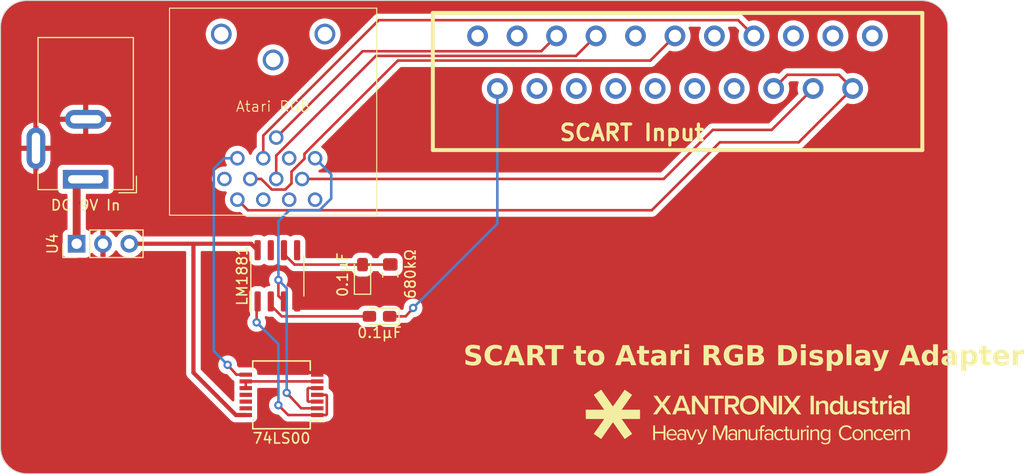
<source format=kicad_pcb>
(kicad_pcb (version 20221018) (generator pcbnew)

  (general
    (thickness 1.6)
  )

  (paper "A4")
  (layers
    (0 "F.Cu" signal)
    (31 "B.Cu" signal)
    (32 "B.Adhes" user "B.Adhesive")
    (33 "F.Adhes" user "F.Adhesive")
    (34 "B.Paste" user)
    (35 "F.Paste" user)
    (36 "B.SilkS" user "B.Silkscreen")
    (37 "F.SilkS" user "F.Silkscreen")
    (38 "B.Mask" user)
    (39 "F.Mask" user)
    (40 "Dwgs.User" user "User.Drawings")
    (41 "Cmts.User" user "User.Comments")
    (42 "Eco1.User" user "User.Eco1")
    (43 "Eco2.User" user "User.Eco2")
    (44 "Edge.Cuts" user)
    (45 "Margin" user)
    (46 "B.CrtYd" user "B.Courtyard")
    (47 "F.CrtYd" user "F.Courtyard")
    (48 "B.Fab" user)
    (49 "F.Fab" user)
    (50 "User.1" user)
    (51 "User.2" user)
    (52 "User.3" user)
    (53 "User.4" user)
    (54 "User.5" user)
    (55 "User.6" user)
    (56 "User.7" user)
    (57 "User.8" user)
    (58 "User.9" user)
  )

  (setup
    (pad_to_mask_clearance 0)
    (pcbplotparams
      (layerselection 0x00010fc_ffffffff)
      (plot_on_all_layers_selection 0x0000000_00000000)
      (disableapertmacros false)
      (usegerberextensions false)
      (usegerberattributes true)
      (usegerberadvancedattributes true)
      (creategerberjobfile true)
      (dashed_line_dash_ratio 12.000000)
      (dashed_line_gap_ratio 3.000000)
      (svgprecision 4)
      (plotframeref false)
      (viasonmask false)
      (mode 1)
      (useauxorigin false)
      (hpglpennumber 1)
      (hpglpenspeed 20)
      (hpglpendiameter 15.000000)
      (dxfpolygonmode true)
      (dxfimperialunits true)
      (dxfusepcbnewfont true)
      (psnegative false)
      (psa4output false)
      (plotreference true)
      (plotvalue true)
      (plotinvisibletext false)
      (sketchpadsonfab false)
      (subtractmaskfromsilk false)
      (outputformat 1)
      (mirror false)
      (drillshape 1)
      (scaleselection 1)
      (outputdirectory "")
    )
  )

  (net 0 "")
  (net 1 "GND")
  (net 2 "Net-(U2-INT)")
  (net 3 "CVBS")
  (net 4 "Net-(U2-VIDEO)")
  (net 5 "unconnected-(J1-P1-Pad1)")
  (net 6 "AUDIO_L")
  (net 7 "unconnected-(J1-P3-Pad3)")
  (net 8 "AUDIO_GND")
  (net 9 "GND_B")
  (net 10 "VIDEO_B")
  (net 11 "unconnected-(J1-P8-Pad8)")
  (net 12 "GND_G")
  (net 13 "unconnected-(J1-P10-Pad10)")
  (net 14 "VIDEO_G")
  (net 15 "unconnected-(J1-P12-Pad12)")
  (net 16 "GND_R")
  (net 17 "unconnected-(J1-P14-Pad14)")
  (net 18 "VIDEO_R")
  (net 19 "unconnected-(J1-P16-Pad16)")
  (net 20 "CVBS_GND")
  (net 21 "unconnected-(J1-P18-Pad18)")
  (net 22 "unconnected-(J1-P19-Pad19)")
  (net 23 "unconnected-(J1-P21-Pad21)")
  (net 24 "+9V")
  (net 25 "unconnected-(U1-Pad2)")
  (net 26 "unconnected-(U1-Pad3)")
  (net 27 "unconnected-(U1-Pad4)")
  (net 28 "unconnected-(U1-Pad5)")
  (net 29 "HSYNC")
  (net 30 "unconnected-(U1-Pad11)")
  (net 31 "VSYNC")
  (net 32 "Net-(U2-CSYNC)")
  (net 33 "unconnected-(U2-BURST-Pad5)")
  (net 34 "+5V")
  (net 35 "Net-(U3-Pad3)")
  (net 36 "Net-(U3-Pad10)")
  (net 37 "unconnected-(U2-O{slash}E-Pad7)")

  (footprint "Package_SO:SSOP-14_5.3x6.2mm_P0.65mm" (layer "F.Cu") (at 146.5 101.6 180))

  (footprint "Capacitor_Tantalum_SMD:CP_EIA-2012-15_AVX-P_Pad1.30x1.05mm_HandSolder" (layer "F.Cu") (at 155.961476 94.012608 180))

  (footprint "Connector_PinHeader_2.54mm:PinHeader_1x03_P2.54mm_Vertical" (layer "F.Cu") (at 126.73 87 90))

  (footprint "Capacitor_Tantalum_SMD:CP_EIA-2012-15_AVX-P_Pad1.30x1.05mm_HandSolder" (layer "F.Cu") (at 154.318095 89.992608 90))

  (footprint "Resistor_SMD:R_0805_2012Metric_Pad1.20x1.40mm_HandSolder" (layer "F.Cu") (at 157 90 90))

  (footprint "Connector_BarrelJack:BarrelJack_Wuerth_6941xx301002" (layer "F.Cu") (at 127.6 80.77434 180))

  (footprint "sc1224-scart:SCART" (layer "F.Cu") (at 184.475 74.19964))

  (footprint "Package_SO:SOIC-8_3.9x4.9mm_P1.27mm" (layer "F.Cu") (at 146.1 90.1 90))

  (footprint "sc1224-scart:DIN-13" (layer "F.Cu") (at 145.69 64.24))

  (gr_poly
    (pts
      (xy 188.838051 105.630732)
      (xy 189.278319 104.555466)
      (xy 189.530202 104.555466)
      (xy 189.530202 105.967282)
      (xy 189.354517 105.967282)
      (xy 189.354517 104.792532)
      (xy 188.874035 105.967282)
      (xy 188.802068 105.967282)
      (xy 188.323702 104.792532)
      (xy 188.323702 105.967282)
      (xy 188.148018 105.967282)
      (xy 188.148018 104.555466)
      (xy 188.399901 104.555466)
    )

    (stroke (width 0) (type solid)) (fill solid) (layer "F.SilkS") (tstamp 0378f3d8-89a1-4f7f-bf26-27f03658d852))
  (gr_poly
    (pts
      (xy 204.983237 102.43192)
      (xy 204.973876 102.430022)
      (xy 204.964009 102.428378)
      (xy 204.953636 102.426986)
      (xy 204.942756 102.425848)
      (xy 204.931371 102.424962)
      (xy 204.91948 102.42433)
      (xy 204.907082 102.42395)
      (xy 204.894178 102.423824)
      (xy 204.882931 102.424059)
      (xy 204.871474 102.424755)
      (xy 204.848031 102.427482)
      (xy 204.824059 102.4319)
      (xy 204.799766 102.437908)
      (xy 204.775362 102.445402)
      (xy 204.751057 102.454279)
      (xy 204.72706 102.464438)
      (xy 204.703581 102.475775)
      (xy 204.680829 102.488186)
      (xy 204.659014 102.501571)
      (xy 204.638346 102.515825)
      (xy 204.619034 102.530846)
      (xy 204.601287 102.546531)
      (xy 204.585315 102.562778)
      (xy 204.57806 102.571079)
      (xy 204.571327 102.579483)
      (xy 204.565143 102.587975)
      (xy 204.559534 102.596544)
      (xy 204.559534 103.484433)
      (xy 204.276163 103.484433)
      (xy 204.276163 102.180936)
      (xy 204.559531 102.180936)
      (xy 204.559531 102.372547)
      (xy 204.578432 102.349604)
      (xy 204.598658 102.327396)
      (xy 204.620141 102.306026)
      (xy 204.642813 102.285597)
      (xy 204.666609 102.266212)
      (xy 204.69146 102.247973)
      (xy 204.717299 102.230983)
      (xy 204.744059 102.215345)
      (xy 204.771673 102.201162)
      (xy 204.800074 102.188537)
      (xy 204.829195 102.177572)
      (xy 204.858967 102.16837)
      (xy 204.889325 102.161034)
      (xy 204.920201 102.155667)
      (xy 204.951527 102.152371)
      (xy 204.983237 102.15125)
    )

    (stroke (width 0) (type solid)) (fill solid) (layer "F.SilkS") (tstamp 11791065-51e6-4f12-a9c4-81a16e9f7aa6))
  (gr_poly
    (pts
      (xy 183.44574 102.558761)
      (xy 184.11773 103.484433)
      (xy 183.739905 103.484433)
      (xy 183.235239 102.780059)
      (xy 182.730572 103.484433)
      (xy 182.352748 103.484433)
      (xy 183.027435 102.56146)
      (xy 182.393229 101.684366)
      (xy 182.771054 101.684366)
      (xy 183.235239 102.34556)
      (xy 183.696725 101.684366)
      (xy 184.077248 101.684366)
    )

    (stroke (width 0) (type solid)) (fill solid) (layer "F.SilkS") (tstamp 15ba6a5c-77a2-4ee2-88e4-da2a25269948))
  (gr_poly
    (pts
      (xy 191.160828 104.920799)
      (xy 191.179375 104.922384)
      (xy 191.197322 104.924605)
      (xy 191.214666 104.927463)
      (xy 191.231404 104.93096)
      (xy 191.247536 104.935096)
      (xy 191.263059 104.939872)
      (xy 191.277971 104.945291)
      (xy 191.29227 104.951352)
      (xy 191.305954 104.958058)
      (xy 191.319022 104.965409)
      (xy 191.331472 104.973406)
      (xy 191.3433 104.982051)
      (xy 191.354507 104.991345)
      (xy 191.365089 105.001289)
      (xy 191.375045 105.011883)
      (xy 191.384372 105.023131)
      (xy 191.393069 105.035031)
      (xy 191.401134 105.047587)
      (xy 191.408565 105.060798)
      (xy 191.41536 105.074665)
      (xy 191.421518 105.089192)
      (xy 191.427035 105.104377)
      (xy 191.43191 105.120223)
      (xy 191.436142 105.13673)
      (xy 191.439728 105.1539)
      (xy 191.442666 105.171734)
      (xy 191.444955 105.190233)
      (xy 191.446592 105.209398)
      (xy 191.447576 105.229231)
      (xy 191.447904 105.249732)
      (xy 191.447904 105.967282)
      (xy 191.289153 105.967282)
      (xy 191.289153 105.298416)
      (xy 191.288888 105.281907)
      (xy 191.288097 105.266104)
      (xy 191.28679 105.250997)
      (xy 191.284973 105.236574)
      (xy 191.282656 105.222821)
      (xy 191.279847 105.209728)
      (xy 191.276552 105.197283)
      (xy 191.272782 105.185472)
      (xy 191.268543 105.174285)
      (xy 191.263845 105.163708)
      (xy 191.258694 105.153731)
      (xy 191.2531 105.144342)
      (xy 191.24707 105.135527)
      (xy 191.240612 105.127275)
      (xy 191.233735 105.119575)
      (xy 191.226447 105.112414)
      (xy 191.218756 105.10578)
      (xy 191.21067 105.09966)
      (xy 191.202197 105.094044)
      (xy 191.193345 105.08892)
      (xy 191.184123 105.084274)
      (xy 191.174539 105.080095)
      (xy 191.1646 105.076371)
      (xy 191.154315 105.07309)
      (xy 191.143693 105.07024)
      (xy 191.13274 105.067809)
      (xy 191.109878 105.064156)
      (xy 191.085794 105.062035)
      (xy 191.060553 105.061349)
      (xy 191.048866 105.06157)
      (xy 191.037225 105.062225)
      (xy 191.025641 105.063301)
      (xy 191.014123 105.064784)
      (xy 191.002681 105.066664)
      (xy 190.991325 105.068925)
      (xy 190.980064 105.071557)
      (xy 190.968908 105.074545)
      (xy 190.94695 105.081542)
      (xy 190.925529 105.089812)
      (xy 190.904721 105.099255)
      (xy 190.884605 105.109768)
      (xy 190.865258 105.121248)
      (xy 190.846757 105.133593)
      (xy 190.82918 105.1467)
      (xy 190.812605 105.160469)
      (xy 190.797109 105.174795)
      (xy 190.782769 105.189577)
      (xy 190.769664 105.204712)
      (xy 190.757869 105.220099)
      (xy 190.757869 105.967282)
      (xy 190.59912 105.967282)
      (xy 190.59912 104.944932)
      (xy 190.757869 104.944932)
      (xy 190.757869 105.093099)
      (xy 190.772144 105.077197)
      (xy 190.787925 105.061333)
      (xy 190.805132 105.045641)
      (xy 190.823685 105.03026)
      (xy 190.843503 105.015326)
      (xy 190.864505 105.000974)
      (xy 190.886612 104.987342)
      (xy 190.909741 104.974566)
      (xy 190.933813 104.962781)
      (xy 190.958747 104.952126)
      (xy 190.984462 104.942735)
      (xy 191.010878 104.934746)
      (xy 191.037914 104.928295)
      (xy 191.065489 104.923518)
      (xy 191.093524 104.920551)
      (xy 191.121936 104.919532)
    )

    (stroke (width 0) (type solid)) (fill solid) (layer "F.SilkS") (tstamp 1c45b8db-8572-427c-84dd-c1b3ae256d39))
  (gr_poly
    (pts
      (xy 201.033722 104.532534)
      (xy 201.057012 104.533577)
      (xy 201.079826 104.535296)
      (xy 201.102168 104.537677)
      (xy 201.124042 104.540705)
      (xy 201.145452 104.544364)
      (xy 201.166401 104.548639)
      (xy 201.186893 104.553515)
      (xy 201.206933 104.558977)
      (xy 201.226524 104.56501)
      (xy 201.24567 104.571599)
      (xy 201.264375 104.578729)
      (xy 201.282643 104.586384)
      (xy 201.300477 104.59455)
      (xy 201.317882 104.603211)
      (xy 201.334862 104.612352)
      (xy 201.35142 104.621958)
      (xy 201.36756 104.632014)
      (xy 201.383286 104.642505)
      (xy 201.398601 104.653416)
      (xy 201.428019 104.676436)
      (xy 201.455842 104.700954)
      (xy 201.482103 104.726848)
      (xy 201.506832 104.753999)
      (xy 201.530061 104.782284)
      (xy 201.551819 104.811583)
      (xy 201.403653 104.894133)
      (xy 201.387814 104.872293)
      (xy 201.370502 104.851278)
      (xy 201.351783 104.831169)
      (xy 201.33172 104.812046)
      (xy 201.310381 104.793989)
      (xy 201.287828 104.777079)
      (xy 201.264129 104.761398)
      (xy 201.239348 104.747024)
      (xy 201.213549 104.73404)
      (xy 201.186799 104.722526)
      (xy 201.159161 104.712561)
      (xy 201.130702 104.704228)
      (xy 201.101487 104.697606)
      (xy 201.07158 104.692776)
      (xy 201.041047 104.68982)
      (xy 201.009952 104.688816)
      (xy 200.981779 104.689506)
      (xy 200.954034 104.691561)
      (xy 200.926746 104.694953)
      (xy 200.899948 104.69966)
      (xy 200.873669 104.705654)
      (xy 200.847939 104.712912)
      (xy 200.822791 104.721408)
      (xy 200.798253 104.731116)
      (xy 200.774357 104.742012)
      (xy 200.751134 104.75407)
      (xy 200.728614 104.767266)
      (xy 200.706828 104.781573)
      (xy 200.685805 104.796967)
      (xy 200.665578 104.813423)
      (xy 200.646176 104.830915)
      (xy 200.627631 104.849418)
      (xy 200.609972 104.868907)
      (xy 200.59323 104.889357)
      (xy 200.577437 104.910743)
      (xy 200.562622 104.933039)
      (xy 200.548816 104.95622)
      (xy 200.536051 104.980261)
      (xy 200.524355 105.005137)
      (xy 200.513761 105.030823)
      (xy 200.504299 105.057293)
      (xy 200.495998 105.084522)
      (xy 200.488891 105.112486)
      (xy 200.483008 105.141158)
      (xy 200.478378 105.170514)
      (xy 200.475033 105.200529)
      (xy 200.473004 105.231176)
      (xy 200.472321 105.262432)
      (xy 200.473004 105.293502)
      (xy 200.475033 105.323987)
      (xy 200.478378 105.353862)
      (xy 200.483008 105.383099)
      (xy 200.488891 105.411673)
      (xy 200.495998 105.439556)
      (xy 200.504299 105.466724)
      (xy 200.513761 105.493149)
      (xy 200.524355 105.518805)
      (xy 200.536051 105.543666)
      (xy 200.548816 105.567705)
      (xy 200.562622 105.590896)
      (xy 200.577437 105.613213)
      (xy 200.59323 105.634629)
      (xy 200.609972 105.655118)
      (xy 200.627631 105.674653)
      (xy 200.646176 105.693209)
      (xy 200.665578 105.710759)
      (xy 200.685805 105.727276)
      (xy 200.706828 105.742734)
      (xy 200.728614 105.757107)
      (xy 200.751134 105.770368)
      (xy 200.774357 105.782492)
      (xy 200.798253 105.793451)
      (xy 200.822791 105.80322)
      (xy 200.847939 105.811772)
      (xy 200.873669 105.81908)
      (xy 200.899948 105.825119)
      (xy 200.926746 105.829861)
      (xy 200.954034 105.833281)
      (xy 200.981779 105.835353)
      (xy 201.009952 105.836049)
      (xy 201.025566 105.835803)
      (xy 201.041047 105.835069)
      (xy 201.056388 105.833857)
      (xy 201.07158 105.832175)
      (xy 201.086616 105.830034)
      (xy 201.101487 105.82744)
      (xy 201.116185 105.824404)
      (xy 201.130702 105.820935)
      (xy 201.14503 105.81704)
      (xy 201.159161 105.81273)
      (xy 201.186799 105.802898)
      (xy 201.213549 105.791509)
      (xy 201.239348 105.778635)
      (xy 201.264129 105.764347)
      (xy 201.287828 105.748716)
      (xy 201.310381 105.731814)
      (xy 201.33172 105.713712)
      (xy 201.351783 105.694482)
      (xy 201.370502 105.674194)
      (xy 201.387814 105.652921)
      (xy 201.403653 105.630733)
      (xy 201.553937 105.713282)
      (xy 201.531108 105.74293)
      (xy 201.507036 105.771474)
      (xy 201.481667 105.798803)
      (xy 201.45495 105.824804)
      (xy 201.426831 105.849367)
      (xy 201.397258 105.87238)
      (xy 201.366179 105.89373)
      (xy 201.333539 105.913307)
      (xy 201.299288 105.930999)
      (xy 201.263371 105.946694)
      (xy 201.225736 105.960281)
      (xy 201.186331 105.971648)
      (xy 201.145103 105.980683)
      (xy 201.101999 105.987275)
      (xy 201.056966 105.991312)
      (xy 201.009952 105.992682)
      (xy 201.009952 105.992683)
      (xy 200.972691 105.99182)
      (xy 200.935944 105.989249)
      (xy 200.899756 105.985)
      (xy 200.864171 105.979102)
      (xy 200.829233 105.971584)
      (xy 200.794984 105.962475)
      (xy 200.76147 105.951805)
      (xy 200.728734 105.939601)
      (xy 200.696819 105.925893)
      (xy 200.66577 105.910711)
      (xy 200.63563 105.894083)
      (xy 200.606443 105.876039)
      (xy 200.578253 105.856607)
      (xy 200.551103 105.835817)
      (xy 200.525038 105.813697)
      (xy 200.500101 105.790277)
      (xy 200.476336 105.765585)
      (xy 200.453787 105.739652)
      (xy 200.432498 105.712505)
      (xy 200.412512 105.684175)
      (xy 200.393873 105.654689)
      (xy 200.376625 105.624078)
      (xy 200.360812 105.592369)
      (xy 200.346478 105.559593)
      (xy 200.333665 105.525778)
      (xy 200.32242 105.490954)
      (xy 200.312784 105.455149)
      (xy 200.304802 105.418393)
      (xy 200.298517 105.380714)
      (xy 200.293974 105.342141)
      (xy 200.291216 105.302705)
      (xy 200.290287 105.262433)
      (xy 200.291216 105.222161)
      (xy 200.293974 105.182725)
      (xy 200.298517 105.144152)
      (xy 200.304801 105.106473)
      (xy 200.312784 105.069717)
      (xy 200.322419 105.033912)
      (xy 200.333665 104.999088)
      (xy 200.346477 104.965273)
      (xy 200.360811 104.932497)
      (xy 200.376624 104.900788)
      (xy 200.393872 104.870177)
      (xy 200.412511 104.840691)
      (xy 200.432497 104.812361)
      (xy 200.453786 104.785214)
      (xy 200.476335 104.75928)
      (xy 200.5001 104.734589)
      (xy 200.525037 104.711169)
      (xy 200.551102 104.689049)
      (xy 200.578251 104.668259)
      (xy 200.606442 104.648827)
      (xy 200.635628 104.630782)
      (xy 200.665769 104.614155)
      (xy 200.696818 104.598972)
      (xy 200.728733 104.585265)
      (xy 200.761469 104.573061)
      (xy 200.794983 104.56239)
      (xy 200.829232 104.553281)
      (xy 200.86417 104.545764)
      (xy 200.899756 104.539866)
      (xy 200.935944 104.535617)
      (xy 200.97269 104.533046)
      (xy 201.009952 104.532183)
    )

    (stroke (width 0) (type solid)) (fill solid) (layer "F.SilkS") (tstamp 210fe200-419b-445a-ab85-b69345f8354b))
  (gr_poly
    (pts
      (xy 205.390168 103.484433)
      (xy 205.1068 103.484433)
      (xy 205.1068 102.180936)
      (xy 205.390168 102.180936)
    )

    (stroke (width 0) (type solid)) (fill solid) (layer "F.SilkS") (tstamp 2f88cdb6-5dfe-428e-aed2-ff3165081391))
  (gr_poly
    (pts
      (xy 207.116678 103.484433)
      (xy 206.83331 103.484433)
      (xy 206.83331 101.684366)
      (xy 207.116678 101.684366)
    )

    (stroke (width 0) (type solid)) (fill solid) (layer "F.SilkS") (tstamp 31135c56-27c4-44ce-97c8-a23bd17d4a66))
  (gr_poly
    (pts
      (xy 197.285912 104.559834)
      (xy 197.291367 104.560236)
      (xy 197.296747 104.560899)
      (xy 197.302043 104.561815)
      (xy 197.307249 104.56298)
      (xy 197.312358 104.564387)
      (xy 197.317364 104.566029)
      (xy 197.322259 104.567901)
      (xy 197.327035 104.569996)
      (xy 197.331687 104.572308)
      (xy 197.336208 104.574831)
      (xy 197.340589 104.577558)
      (xy 197.344825 104.580484)
      (xy 197.348908 104.583602)
      (xy 197.352831 104.586906)
      (xy 197.356588 104.59039)
      (xy 197.360171 104.594048)
      (xy 197.363574 104.597873)
      (xy 197.366789 104.60186)
      (xy 197.369809 104.606001)
      (xy 197.372628 104.610291)
      (xy 197.375238 104.614724)
      (xy 197.377633 104.619293)
      (xy 197.379805 104.623993)
      (xy 197.381748 104.628816)
      (xy 197.383455 104.633757)
      (xy 197.384918 104.63881)
      (xy 197.386131 104.643969)
      (xy 197.387086 104.649226)
      (xy 197.387777 104.654577)
      (xy 197.388197 104.660014)
      (xy 197.388338 104.665532)
      (xy 197.388197 104.671056)
      (xy 197.387777 104.676511)
      (xy 197.387086 104.681891)
      (xy 197.386131 104.687187)
      (xy 197.384918 104.692393)
      (xy 197.383455 104.697502)
      (xy 197.381748 104.702508)
      (xy 197.379805 104.707403)
      (xy 197.377633 104.712179)
      (xy 197.375238 104.716831)
      (xy 197.372628 104.721352)
      (xy 197.369809 104.725733)
      (xy 197.366789 104.729969)
      (xy 197.363574 104.734052)
      (xy 197.360171 104.737976)
      (xy 197.356588 104.741732)
      (xy 197.352831 104.745315)
      (xy 197.348908 104.748718)
      (xy 197.344825 104.751933)
      (xy 197.340589 104.754953)
      (xy 197.336208 104.757772)
      (xy 197.331687 104.760382)
      (xy 197.327035 104.762777)
      (xy 197.322259 104.76495)
      (xy 197.317364 104.766892)
      (xy 197.312358 104.768599)
      (xy 197.307249 104.770062)
      (xy 197.302043 104.771275)
      (xy 197.296747 104.77223)
      (xy 197.291367 104.772921)
      (xy 197.285912 104.773341)
      (xy 197.280388 104.773482)
      (xy 197.275057 104.773341)
      (xy 197.269782 104.772921)
      (xy 197.264571 104.77223)
      (xy 197.259432 104.771275)
      (xy 197.254373 104.770062)
      (xy 197.249399 104.768599)
      (xy 197.24452 104.766892)
      (xy 197.239742 104.76495)
      (xy 197.235072 104.762777)
      (xy 197.230518 104.760382)
      (xy 197.226087 104.757772)
      (xy 197.221787 104.754953)
      (xy 197.217625 104.751933)
      (xy 197.213608 104.748718)
      (xy 197.209744 104.745315)
      (xy 197.20604 104.741732)
      (xy 197.202504 104.737976)
      (xy 197.199142 104.734052)
      (xy 197.195962 104.729969)
      (xy 197.192972 104.725733)
      (xy 197.190179 104.721352)
      (xy 197.18759 104.716831)
      (xy 197.185213 104.712179)
      (xy 197.183055 104.707403)
      (xy 197.181123 104.702508)
      (xy 197.179424 104.697502)
      (xy 197.177967 104.692393)
      (xy 197.176758 104.687187)
      (xy 197.175805 104.681891)
      (xy 197.175116 104.676511)
      (xy 197.174696 104.671056)
      (xy 197.174555 104.665532)
      (xy 197.174696 104.660014)
      (xy 197.175116 104.654577)
      (xy 197.175805 104.649226)
      (xy 197.176758 104.643969)
      (xy 197.177967 104.63881)
      (xy 197.179424 104.633757)
      (xy 197.181123 104.628816)
      (xy 197.183055 104.623993)
      (xy 197.185213 104.619293)
      (xy 197.18759 104.614724)
      (xy 197.190179 104.610291)
      (xy 197.192972 104.606001)
      (xy 197.195962 104.60186)
      (xy 197.199142 104.597873)
      (xy 197.202504 104.594048)
      (xy 197.20604 104.59039)
      (xy 197.209744 104.586906)
      (xy 197.213608 104.583602)
      (xy 197.217625 104.580484)
      (xy 197.221787 104.577558)
      (xy 197.226087 104.574831)
      (xy 197.230518 104.572308)
      (xy 197.235072 104.569996)
      (xy 197.239742 104.567901)
      (xy 197.24452 104.566029)
      (xy 197.249399 104.564387)
      (xy 197.254373 104.56298)
      (xy 197.259432 104.561815)
      (xy 197.264571 104.560899)
      (xy 197.269782 104.560236)
      (xy 197.275057 104.559834)
      (xy 197.280388 104.559699)
    )

    (stroke (width 0) (type solid)) (fill solid) (layer "F.SilkS") (tstamp 3275e35f-bc01-4c7a-b95d-b311fa6e00b2))
  (gr_poly
    (pts
      (xy 191.718215 101.655827)
      (xy 191.76737 101.659236)
      (xy 191.81551 101.664862)
      (xy 191.862597 101.672659)
      (xy 191.908588 101.682581)
      (xy 191.953444 101.694582)
      (xy 191.997123 101.708616)
      (xy 192.039586 101.724636)
      (xy 192.080792 101.742598)
      (xy 192.1207 101.762455)
      (xy 192.15927 101.784161)
      (xy 192.196461 101.80767)
      (xy 192.232233 101.832937)
      (xy 192.266546 101.859915)
      (xy 192.299358 101.888558)
      (xy 192.330629 101.91882)
      (xy 192.360319 101.950656)
      (xy 192.388387 101.984019)
      (xy 192.414793 102.018864)
      (xy 192.439496 102.055144)
      (xy 192.462456 102.092813)
      (xy 192.483631 102.131827)
      (xy 192.502983 102.172138)
      (xy 192.520469 102.213701)
      (xy 192.53605 102.256469)
      (xy 192.549685 102.300397)
      (xy 192.561333 102.345439)
      (xy 192.570955 102.391549)
      (xy 192.578509 102.438681)
      (xy 192.583954 102.486789)
      (xy 192.587251 102.535827)
      (xy 192.58836 102.585749)
      (xy 192.587251 102.63567)
      (xy 192.583954 102.684708)
      (xy 192.578509 102.732816)
      (xy 192.570955 102.779948)
      (xy 192.561333 102.826058)
      (xy 192.549685 102.8711)
      (xy 192.53605 102.915028)
      (xy 192.520469 102.957797)
      (xy 192.502983 102.999359)
      (xy 192.483632 103.03967)
      (xy 192.462456 103.078684)
      (xy 192.439497 103.116353)
      (xy 192.414794 103.152634)
      (xy 192.388388 103.187478)
      (xy 192.36032 103.220841)
      (xy 192.33063 103.252677)
      (xy 192.299358 103.28294)
      (xy 192.266546 103.311583)
      (xy 192.232234 103.33856)
      (xy 192.196462 103.363827)
      (xy 192.159271 103.387336)
      (xy 192.120701 103.409042)
      (xy 192.080792 103.428899)
      (xy 192.039587 103.446861)
      (xy 191.997124 103.462881)
      (xy 191.953444 103.476915)
      (xy 191.908588 103.488916)
      (xy 191.862597 103.498838)
      (xy 191.815511 103.506635)
      (xy 191.76737 103.512261)
      (xy 191.718215 103.515671)
      (xy 191.668087 103.516817)
      (xy 191.617958 103.515671)
      (xy 191.568804 103.512261)
      (xy 191.520663 103.506635)
      (xy 191.473577 103.498838)
      (xy 191.427585 103.488916)
      (xy 191.38273 103.476915)
      (xy 191.33905 103.462881)
      (xy 191.296587 103.446861)
      (xy 191.255382 103.428899)
      (xy 191.215473 103.409042)
      (xy 191.176903 103.387336)
      (xy 191.139712 103.363827)
      (xy 191.10394 103.33856)
      (xy 191.069628 103.311583)
      (xy 191.036816 103.28294)
      (xy 191.005544 103.252677)
      (xy 190.975854 103.220841)
      (xy 190.947786 103.187478)
      (xy 190.92138 103.152634)
      (xy 190.896677 103.116353)
      (xy 190.873718 103.078684)
      (xy 190.852542 103.03967)
      (xy 190.833191 102.999359)
      (xy 190.815704 102.957797)
      (xy 190.800123 102.915028)
      (xy 190.786488 102.8711)
      (xy 190.77484 102.826058)
      (xy 190.765219 102.779948)
      (xy 190.757665 102.732816)
      (xy 190.752219 102.684708)
      (xy 190.748922 102.63567)
      (xy 190.747814 102.585749)
      (xy 191.071663 102.585749)
      (xy 191.07234 102.620144)
      (xy 191.074359 102.653982)
      (xy 191.077701 102.687229)
      (xy 191.082348 102.719848)
      (xy 191.088281 102.751805)
      (xy 191.095484 102.783065)
      (xy 191.103936 102.813593)
      (xy 191.11362 102.843353)
      (xy 191.124518 102.87231)
      (xy 191.136612 102.90043)
      (xy 191.149882 102.927678)
      (xy 191.164312 102.954017)
      (xy 191.179881 102.979414)
      (xy 191.196573 103.003833)
      (xy 191.214369 103.027238)
      (xy 191.233251 103.049596)
      (xy 191.2532 103.070871)
      (xy 191.274198 103.091027)
      (xy 191.296227 103.11003)
      (xy 191.319268 103.127844)
      (xy 191.343304 103.144435)
      (xy 191.368315 103.159767)
      (xy 191.394285 103.173806)
      (xy 191.421193 103.186516)
      (xy 191.449023 103.197861)
      (xy 191.477756 103.207808)
      (xy 191.507373 103.216321)
      (xy 191.537856 103.223365)
      (xy 191.569188 103.228905)
      (xy 191.601349 103.232905)
      (xy 191.634321 103.235331)
      (xy 191.668087 103.236147)
      (xy 191.701615 103.235331)
      (xy 191.73438 103.232905)
      (xy 191.766362 103.228905)
      (xy 191.797542 103.223365)
      (xy 191.8279 103.216321)
      (xy 191.857415 103.207808)
      (xy 191.886069 103.197861)
      (xy 191.913841 103.186516)
      (xy 191.940712 103.173806)
      (xy 191.966662 103.159767)
      (xy 191.991671 103.144435)
      (xy 192.015719 103.127844)
      (xy 192.038787 103.11003)
      (xy 192.060854 103.091027)
      (xy 192.081902 103.070871)
      (xy 192.10191 103.049596)
      (xy 192.120859 103.027238)
      (xy 192.138728 103.003833)
      (xy 192.155499 102.979414)
      (xy 192.17115 102.954017)
      (xy 192.185663 102.927678)
      (xy 192.199018 102.90043)
      (xy 192.211195 102.87231)
      (xy 192.222173 102.843353)
      (xy 192.231935 102.813593)
      (xy 192.240458 102.783065)
      (xy 192.247725 102.751805)
      (xy 192.253715 102.719848)
      (xy 192.258408 102.687229)
      (xy 192.261785 102.653982)
      (xy 192.263825 102.620144)
      (xy 192.26451 102.585749)
      (xy 192.263825 102.551116)
      (xy 192.261785 102.51707)
      (xy 192.258408 102.483645)
      (xy 192.253715 102.450874)
      (xy 192.247725 102.418791)
      (xy 192.240459 102.38743)
      (xy 192.231935 102.356824)
      (xy 192.222174 102.327006)
      (xy 192.211195 102.29801)
      (xy 192.199018 102.269871)
      (xy 192.185663 102.242621)
      (xy 192.17115 102.216294)
      (xy 192.155499 102.190924)
      (xy 192.138729 102.166544)
      (xy 192.120859 102.143187)
      (xy 192.101911 102.120889)
      (xy 192.081903 102.099681)
      (xy 192.060855 102.079598)
      (xy 192.038787 102.060674)
      (xy 192.01572 102.042941)
      (xy 191.991671 102.026434)
      (xy 191.966663 102.011186)
      (xy 191.940713 101.997231)
      (xy 191.913842 101.984602)
      (xy 191.88607 101.973333)
      (xy 191.857416 101.963457)
      (xy 191.8279 101.955009)
      (xy 191.797543 101.948021)
      (xy 191.766363 101.942528)
      (xy 191.73438 101.938562)
      (xy 191.701615 101.936159)
      (xy 191.668087 101.93535)
      (xy 191.634321 101.936159)
      (xy 191.601349 101.938562)
      (xy 191.569188 101.942528)
      (xy 191.537856 101.948021)
      (xy 191.507373 101.955009)
      (xy 191.477756 101.963457)
      (xy 191.449023 101.973333)
      (xy 191.421193 101.984602)
      (xy 191.394285 101.997231)
      (xy 191.368315 102.011186)
      (xy 191.343304 102.026434)
      (xy 191.319268 102.042941)
      (xy 191.296227 102.060674)
      (xy 191.274198 102.079598)
      (xy 191.2532 102.099681)
      (xy 191.233251 102.120889)
      (xy 191.214369 102.143187)
      (xy 191.196573 102.166544)
      (xy 191.179881 102.190924)
      (xy 191.164312 102.216294)
      (xy 191.149882 102.242621)
      (xy 191.136612 102.269871)
      (xy 191.124518 102.29801)
      (xy 191.11362 102.327006)
      (xy 191.103936 102.356824)
      (xy 191.095484 102.38743)
      (xy 191.088281 102.418791)
      (xy 191.082348 102.450874)
      (xy 191.077701 102.483645)
      (xy 191.074359 102.51707)
      (xy 191.07234 102.551116)
      (xy 191.071663 102.585749)
      (xy 190.747814 102.585749)
      (xy 190.748922 102.535827)
      (xy 190.752219 102.486789)
      (xy 190.757665 102.438681)
      (xy 190.765219 102.391549)
      (xy 190.77484 102.345439)
      (xy 190.786488 102.300397)
      (xy 190.800123 102.256469)
      (xy 190.815704 102.213701)
      (xy 190.83319 102.172138)
      (xy 190.852542 102.131827)
      (xy 190.873717 102.092814)
      (xy 190.896677 102.055144)
      (xy 190.92138 102.018864)
      (xy 190.947786 101.984019)
      (xy 190.975854 101.950656)
      (xy 191.005544 101.91882)
      (xy 191.036815 101.888558)
      (xy 191.069627 101.859915)
      (xy 191.103939 101.832937)
      (xy 191.139711 101.807671)
      (xy 191.176903 101.784161)
      (xy 191.215473 101.762455)
      (xy 191.255381 101.742598)
      (xy 191.296587 101.724637)
      (xy 191.33905 101.708616)
      (xy 191.382729 101.694582)
      (xy 191.427585 101.682581)
      (xy 191.473576 101.672659)
      (xy 191.520663 101.664862)
      (xy 191.568803 101.659236)
      (xy 191.617958 101.655827)
      (xy 191.668087 101.65468)
    )

    (stroke (width 0) (type solid)) (fill solid) (layer "F.SilkS") (tstamp 35689f5c-b678-4dfc-a1d4-0516da779944))
  (gr_poly
    (pts
      (xy 186.153063 105.967282)
      (xy 185.979496 105.967282)
      (xy 185.554046 104.944932)
      (xy 185.725496 104.944932)
      (xy 186.066279 105.783132)
      (xy 186.404946 104.944932)
      (xy 186.578512 104.944932)
    )

    (stroke (width 0) (type solid)) (fill solid) (layer "F.SilkS") (tstamp 36526ae1-604f-4d4b-b000-7580059c5ad4))
  (gr_poly
    (pts
      (xy 181.093701 103.920995)
      (xy 175.881409 103.920995)
      (xy 175.881409 103.04787)
      (xy 181.093701 103.04787)
    )

    (stroke (width 0.026499) (type solid)) (fill solid) (layer "F.SilkS") (tstamp 3a45fb32-622a-4b89-86b0-a69635873843))
  (gr_poly
    (pts
      (xy 186.018758 103.484433)
      (xy 185.673317 103.484433)
      (xy 185.541079 103.138992)
      (xy 184.688274 103.138992)
      (xy 184.556036 103.484433)
      (xy 184.210596 103.484433)
      (xy 184.455474 102.861021)
      (xy 184.777333 102.861021)
      (xy 185.452021 102.861021)
      (xy 185.114677 101.951543)
      (xy 184.777333 102.861021)
      (xy 184.455474 102.861021)
      (xy 184.917669 101.684366)
      (xy 185.311686 101.684366)
    )

    (stroke (width 0) (type solid)) (fill solid) (layer "F.SilkS") (tstamp 3bc7adfd-8f62-4722-a9ed-b6758647da34))
  (gr_poly
    (pts
      (xy 204.19373 104.919753)
      (xy 204.210533 104.920412)
      (xy 204.226905 104.921499)
      (xy 204.242855 104.923004)
      (xy 204.258391 104.924919)
      (xy 204.273521 104.927233)
      (xy 204.288254 104.929939)
      (xy 204.302597 104.933025)
      (xy 204.316559 104.936484)
      (xy 204.330148 104.940305)
      (xy 204.343371 104.94448)
      (xy 204.356238 104.949)
      (xy 204.368755 104.953853)
      (xy 204.380932 104.959033)
      (xy 204.392777 104.964529)
      (xy 204.404297 104.970332)
      (xy 204.415501 104.976432)
      (xy 204.426397 104.982821)
      (xy 204.436992 104.989489)
      (xy 204.447296 104.996426)
      (xy 204.467061 105.011073)
      (xy 204.485756 105.026688)
      (xy 204.503447 105.043195)
      (xy 204.520198 105.060521)
      (xy 204.536074 105.078592)
      (xy 204.551142 105.097332)
      (xy 204.445307 105.194698)
      (xy 204.432384 105.177853)
      (xy 204.419015 105.162229)
      (xy 204.405199 105.147808)
      (xy 204.390936 105.134572)
      (xy 204.376227 105.122501)
      (xy 204.361071 105.111578)
      (xy 204.345469 105.101783)
      (xy 204.329421 105.093098)
      (xy 204.312925 105.085505)
      (xy 204.295984 105.078984)
      (xy 204.278596 105.073518)
      (xy 204.260761 105.069087)
      (xy 204.24248 105.065674)
      (xy 204.223752 105.063258)
      (xy 204.204579 105.061823)
      (xy 204.184958 105.061348)
      (xy 204.164763 105.061835)
      (xy 204.14506 105.063281)
      (xy 204.125861 105.065668)
      (xy 204.107175 105.068976)
      (xy 204.089011 105.073184)
      (xy 204.071379 105.078273)
      (xy 204.054289 105.084223)
      (xy 204.037751 105.091015)
      (xy 204.021773 105.098628)
      (xy 204.006367 105.107043)
      (xy 203.991541 105.11624)
      (xy 203.977306 105.1262)
      (xy 203.96367 105.136902)
      (xy 203.950645 105.148327)
      (xy 203.938238 105.160456)
      (xy 203.926461 105.173267)
      (xy 203.915322 105.186742)
      (xy 203.904832 105.200861)
      (xy 203.895 105.215603)
      (xy 203.885835 105.23095)
      (xy 203.877348 105.246882)
      (xy 203.869548 105.263378)
      (xy 203.862445 105.280419)
      (xy 203.856049 105.297985)
      (xy 203.850369 105.316057)
      (xy 203.845415 105.334614)
      (xy 203.841196 105.353637)
      (xy 203.837723 105.373106)
      (xy 203.835004 105.393002)
      (xy 203.833051 105.413304)
      (xy 203.831872 105.433992)
      (xy 203.831476 105.455048)
      (xy 203.831872 105.47611)
      (xy 203.833051 105.496817)
      (xy 203.835004 105.517148)
      (xy 203.837723 105.537082)
      (xy 203.841196 105.556599)
      (xy 203.845415 105.575678)
      (xy 203.850369 105.5943)
      (xy 203.856049 105.612443)
      (xy 203.862445 105.630086)
      (xy 203.869548 105.64721)
      (xy 203.877348 105.663794)
      (xy 203.885835 105.679816)
      (xy 203.895 105.695258)
      (xy 203.904832 105.710097)
      (xy 203.915322 105.724314)
      (xy 203.926461 105.737888)
      (xy 203.938238 105.750799)
      (xy 203.950645 105.763025)
      (xy 203.96367 105.774547)
      (xy 203.977306 105.785344)
      (xy 203.991541 105.795395)
      (xy 204.006367 105.804679)
      (xy 204.021773 105.813177)
      (xy 204.037751 105.820868)
      (xy 204.054289 105.827731)
      (xy 204.071379 105.833745)
      (xy 204.089011 105.838891)
      (xy 204.107175 105.843147)
      (xy 204.125861 105.846493)
      (xy 204.14506 105.848908)
      (xy 204.164763 105.850372)
      (xy 204.184958 105.850865)
      (xy 204.204579 105.850367)
      (xy 204.223752 105.848868)
      (xy 204.24248 105.846358)
      (xy 204.260761 105.842828)
      (xy 204.278595 105.838269)
      (xy 204.295983 105.832671)
      (xy 204.312924 105.826025)
      (xy 204.329419 105.818322)
      (xy 204.345468 105.809552)
      (xy 204.36107 105.799706)
      (xy 204.376226 105.788775)
      (xy 204.390935 105.776749)
      (xy 204.405198 105.76362)
      (xy 204.419014 105.749377)
      (xy 204.432384 105.734012)
      (xy 204.445307 105.717515)
      (xy 204.551142 105.814882)
      (xy 204.536074 105.833622)
      (xy 204.520197 105.851692)
      (xy 204.503446 105.869018)
      (xy 204.485755 105.885525)
      (xy 204.46706 105.90114)
      (xy 204.447295 105.915787)
      (xy 204.426395 105.929393)
      (xy 204.404296 105.941882)
      (xy 204.380931 105.95318)
      (xy 204.356237 105.963214)
      (xy 204.330147 105.971908)
      (xy 204.302597 105.979188)
      (xy 204.273521 105.98498)
      (xy 204.242855 105.989209)
      (xy 204.210533 105.991801)
      (xy 204.17649 105.992682)
      (xy 204.148209 105.992005)
      (xy 204.120531 105.989993)
      (xy 204.093475 105.986675)
      (xy 204.06706 105.982082)
      (xy 204.041305 105.976242)
      (xy 204.01623 105.969186)
      (xy 203.991854 105.960941)
      (xy 203.968196 105.951539)
      (xy 203.945277 105.941008)
      (xy 203.923115 105.929378)
      (xy 203.901729 105.916678)
      (xy 203.88114 105.902938)
      (xy 203.861366 105.888188)
      (xy 203.842427 105.872456)
      (xy 203.824342 105.855772)
      (xy 203.807131 105.838165)
      (xy 203.790813 105.819666)
      (xy 203.775407 105.800303)
      (xy 203.760933 105.780106)
      (xy 203.74741 105.759104)
      (xy 203.734857 105.737328)
      (xy 203.723295 105.714805)
      (xy 203.712741 105.691567)
      (xy 203.703216 105.667641)
      (xy 203.694739 105.643059)
      (xy 203.68733 105.617848)
      (xy 203.681007 105.592039)
      (xy 203.675791 105.565661)
      (xy 203.6717 105.538744)
      (xy 203.668753 105.511316)
      (xy 203.666971 105.483408)
      (xy 203.666373 105.455049)
      (xy 203.666373 105.455048)
      (xy 203.666971 105.426881)
      (xy 203.668753 105.399154)
      (xy 203.6717 105.371895)
      (xy 203.675791 105.345135)
      (xy 203.681007 105.318903)
      (xy 203.68733 105.29323)
      (xy 203.694739 105.268146)
      (xy 203.703216 105.243679)
      (xy 203.712741 105.219861)
      (xy 203.723295 105.19672)
      (xy 203.734857 105.174288)
      (xy 203.74741 105.152592)
      (xy 203.760933 105.131664)
      (xy 203.775407 105.111534)
      (xy 203.790813 105.09223)
      (xy 203.807131 105.073784)
      (xy 203.824342 105.056224)
      (xy 203.842427 105.039581)
      (xy 203.861366 105.023884)
      (xy 203.88114 105.009163)
      (xy 203.901729 104.995449)
      (xy 203.923115 104.982771)
      (xy 203.945277 104.971158)
      (xy 203.968196 104.960641)
      (xy 203.991854 104.95125)
      (xy 204.01623 104.943014)
      (xy 204.041305 104.935963)
      (xy 204.06706 104.930127)
      (xy 204.093475 104.925536)
      (xy 204.120531 104.92222)
      (xy 204.148209 104.920209)
      (xy 204.17649 104.919532)
    )

    (stroke (width 0) (type solid)) (fill solid) (layer "F.SilkS") (tstamp 3d32d237-5f48-4b68-98f2-ef70d63da2f0))
  (gr_poly
    (pts
      (xy 205.114195 104.920233)
      (xy 205.142039 104.922317)
      (xy 205.169119 104.92575)
      (xy 205.195424 104.9305)
      (xy 205.220945 104.936535)
      (xy 205.245672 104.943823)
      (xy 205.269593 104.952333)
      (xy 205.292701 104.962031)
      (xy 205.314983 104.972885)
      (xy 205.336431 104.984864)
      (xy 205.357033 104.997935)
      (xy 205.376781 105.012066)
      (xy 205.395663 105.027225)
      (xy 205.413671 105.043379)
      (xy 205.430793 105.060497)
      (xy 205.44702 105.078546)
      (xy 205.462342 105.097495)
      (xy 205.476748 105.11731)
      (xy 205.490228 105.137961)
      (xy 205.502773 105.159414)
      (xy 205.514372 105.181637)
      (xy 205.525016 105.204599)
      (xy 205.534693 105.228267)
      (xy 205.543395 105.252609)
      (xy 205.551111 105.277593)
      (xy 205.557831 105.303186)
      (xy 205.563544 105.329357)
      (xy 205.568241 105.356074)
      (xy 205.574547 105.411013)
      (xy 205.576667 105.467749)
      (xy 205.576667 105.507965)
      (xy 204.749048 105.507965)
      (xy 204.750598 105.525926)
      (xy 204.752859 105.543677)
      (xy 204.755826 105.561195)
      (xy 204.759492 105.578456)
      (xy 204.763848 105.595436)
      (xy 204.76889 105.612113)
      (xy 204.774608 105.628461)
      (xy 204.780998 105.644457)
      (xy 204.78805 105.660079)
      (xy 204.79576 105.675301)
      (xy 204.804119 105.690102)
      (xy 204.81312 105.704456)
      (xy 204.822757 105.71834)
      (xy 204.833023 105.731731)
      (xy 204.84391 105.744605)
      (xy 204.855412 105.756938)
      (xy 204.867522 105.768707)
      (xy 204.880233 105.779888)
      (xy 204.893537 105.790458)
      (xy 204.907428 105.800392)
      (xy 204.921899 105.809667)
      (xy 204.936942 105.81826)
      (xy 204.952552 105.826147)
      (xy 204.96872 105.833304)
      (xy 204.985441 105.839707)
      (xy 205.002706 105.845334)
      (xy 205.020509 105.850159)
      (xy 205.038843 105.85416)
      (xy 205.057701 105.857314)
      (xy 205.077076 105.859595)
      (xy 205.096961 105.860982)
      (xy 205.11735 105.861449)
      (xy 205.139193 105.860906)
      (xy 205.161026 105.859287)
      (xy 205.182792 105.856607)
      (xy 205.20443 105.852883)
      (xy 205.225882 105.848129)
      (xy 205.24709 105.842362)
      (xy 205.267993 105.835596)
      (xy 205.288534 105.827847)
      (xy 205.308653 105.81913)
      (xy 205.328292 105.809462)
      (xy 205.347391 105.798858)
      (xy 205.365892 105.787332)
      (xy 205.383736 105.774902)
      (xy 205.400863 105.761581)
      (xy 205.417215 105.747386)
      (xy 205.432734 105.732332)
      (xy 205.508933 105.836048)
      (xy 205.489463 105.854551)
      (xy 205.469159 105.871949)
      (xy 205.44803 105.888231)
      (xy 205.426085 105.903385)
      (xy 205.403335 105.917398)
      (xy 205.379787 105.930257)
      (xy 205.355452 105.94195)
      (xy 205.330339 105.952465)
      (xy 205.304457 105.96179)
      (xy 205.277815 105.969911)
      (xy 205.250423 105.976817)
      (xy 205.22229 105.982495)
      (xy 205.193425 105.986933)
      (xy 205.163838 105.990119)
      (xy 205.133537 105.992039)
      (xy 205.102533 105.992682)
      (xy 205.074409 105.992047)
      (xy 205.046805 105.990155)
      (xy 205.019745 105.987029)
      (xy 204.993256 105.98269)
      (xy 204.96736 105.977158)
      (xy 204.942082 105.970455)
      (xy 204.917447 105.962603)
      (xy 204.893479 105.953623)
      (xy 204.870202 105.943535)
      (xy 204.847641 105.932363)
      (xy 204.82582 105.920125)
      (xy 204.804765 105.906845)
      (xy 204.784498 105.892543)
      (xy 204.765045 105.877241)
      (xy 204.746429 105.86096)
      (xy 204.728676 105.843721)
      (xy 204.71181 105.825546)
      (xy 204.695855 105.806456)
      (xy 204.680836 105.786472)
      (xy 204.666776 105.765616)
      (xy 204.653702 105.743908)
      (xy 204.641635 105.721371)
      (xy 204.630603 105.698025)
      (xy 204.620628 105.673892)
      (xy 204.611735 105.648993)
      (xy 204.603948 105.62335)
      (xy 204.597293 105.596983)
      (xy 204.591792 105.569915)
      (xy 204.587472 105.542166)
      (xy 204.584356 105.513758)
      (xy 204.582468 105.484712)
      (xy 204.581833 105.455049)
      (xy 204.58183 105.455049)
      (xy 204.582446 105.42744)
      (xy 204.584279 105.4002)
      (xy 204.585254 105.391549)
      (xy 204.749048 105.391549)
      (xy 205.420032 105.391549)
      (xy 205.418462 105.362607)
      (xy 205.414513 105.33315)
      (xy 205.408139 105.303508)
      (xy 205.399295 105.274008)
      (xy 205.387933 105.244979)
      (xy 205.381293 105.230744)
      (xy 205.374006 105.21675)
      (xy 205.366067 105.203038)
      (xy 205.357469 105.18965)
      (xy 205.348207 105.176626)
      (xy 205.338275 105.164007)
      (xy 205.327667 105.151835)
      (xy 205.316377 105.14015)
      (xy 205.3044 105.128994)
      (xy 205.291729 105.118408)
      (xy 205.278359 105.108432)
      (xy 205.264284 105.099109)
      (xy 205.249499 105.090478)
      (xy 205.233996 105.082582)
      (xy 205.217772 105.07546)
      (xy 205.200818 105.069155)
      (xy 205.183131 105.063707)
      (xy 205.164704 105.059158)
      (xy 205.145532 105.055548)
      (xy 205.125607 105.052918)
      (xy 205.104926 105.051311)
      (xy 205.083481 105.050766)
      (xy 205.063365 105.051299)
      (xy 205.043891 105.052872)
      (xy 205.025058 105.055447)
      (xy 205.006864 105.058984)
      (xy 204.989308 105.063446)
      (xy 204.972386 105.068792)
      (xy 204.956098 105.074986)
      (xy 204.940442 105.081986)
      (xy 204.925414 105.089756)
      (xy 204.911015 105.098256)
      (xy 204.89724 105.107448)
      (xy 204.88409 105.117292)
      (xy 204.871561 105.12775)
      (xy 204.859651 105.138783)
      (xy 204.84836 105.150353)
      (xy 204.837684 105.16242)
      (xy 204.827622 105.174946)
      (xy 204.818172 105.187892)
      (xy 204.809333 105.20122)
      (xy 204.801101 105.21489)
      (xy 204.786454 105.243103)
      (xy 204.774217 105.272222)
      (xy 204.764373 105.301936)
      (xy 204.756907 105.331935)
      (xy 204.751804 105.361909)
      (xy 204.749048 105.391549)
      (xy 204.585254 105.391549)
      (xy 204.587303 105.373362)
      (xy 204.591496 105.346958)
      (xy 204.596833 105.321022)
      (xy 204.603289 105.295588)
      (xy 204.610842 105.270689)
      (xy 204.619467 105.246358)
      (xy 204.62914 105.222629)
      (xy 204.639837 105.199534)
      (xy 204.651534 105.177108)
      (xy 204.664207 105.155383)
      (xy 204.677831 105.134393)
      (xy 204.692384 105.114171)
      (xy 204.70784 105.094751)
      (xy 204.724176 105.076165)
      (xy 204.741368 105.058448)
      (xy 204.759391 105.041632)
      (xy 204.778223 105.025751)
      (xy 204.797838 105.010838)
      (xy 204.818212 104.996926)
      (xy 204.839322 104.98405)
      (xy 204.861144 104.972241)
      (xy 204.883653 104.961534)
      (xy 204.906826 104.951962)
      (xy 204.930639 104.943558)
      (xy 204.955066 104.936356)
      (xy 204.980086 104.930388)
      (xy 205.005672 104.925689)
      (xy 205.031802 104.92229)
      (xy 205.058452 104.920227)
      (xy 205.085596 104.919532)
    )

    (stroke (width 0) (type solid)) (fill solid) (layer "F.SilkS") (tstamp 40282319-e72e-4445-95dd-afab18a12368))
  (gr_poly
    (pts
      (xy 197.36082 105.967282)
      (xy 197.202071 105.967282)
      (xy 197.202071 104.944932)
      (xy 197.36082 104.944932)
    )

    (stroke (width 0) (type solid)) (fill solid) (layer "F.SilkS") (tstamp 405afcf0-4228-4d50-ba56-67781297745d))
  (gr_poly
    (pts
      (xy 187.354059 102.960875)
      (xy 187.354059 101.684366)
      (xy 187.669812 101.684366)
      (xy 187.669812 103.484433)
      (xy 187.364853 103.484433)
      (xy 186.425689 102.17284)
      (xy 186.425689 103.484433)
      (xy 186.109935 103.484433)
      (xy 186.109935 101.684366)
      (xy 186.433785 101.684366)
    )

    (stroke (width 0) (type solid)) (fill solid) (layer "F.SilkS") (tstamp 435109f0-a086-49eb-a0ad-93fa5b8162f7))
  (gr_poly
    (pts
      (xy 200.694028 103.484433)
      (xy 200.410657 103.484433)
      (xy 200.410657 103.306315)
      (xy 200.391342 103.330026)
      (xy 200.370877 103.352552)
      (xy 200.349313 103.373844)
      (xy 200.326701 103.393856)
      (xy 200.303093 103.412539)
      (xy 200.27854 103.429846)
      (xy 200.253094 103.44573)
      (xy 200.226806 103.460144)
      (xy 200.199727 103.473039)
      (xy 200.171908 103.484369)
      (xy 200.143402 103.494086)
      (xy 200.11426 103.502143)
      (xy 200.084532 103.508492)
      (xy 200.054271 103.513086)
      (xy 200.023527 103.515877)
      (xy 199.992353 103.516817)
      (xy 199.961245 103.516077)
      (xy 199.930689 103.513864)
      (xy 199.900711 103.510193)
      (xy 199.871341 103.505079)
      (xy 199.842608 103.498536)
      (xy 199.81454 103.490578)
      (xy 199.787165 103.481219)
      (xy 199.760513 103.470475)
      (xy 199.734612 103.458358)
      (xy 199.709491 103.444885)
      (xy 199.685179 103.430068)
      (xy 199.661703 103.413922)
      (xy 199.639094 103.396462)
      (xy 199.617378 103.377702)
      (xy 199.596586 103.357656)
      (xy 199.576745 103.336338)
      (xy 199.557885 103.313764)
      (xy 199.540034 103.289946)
      (xy 199.523221 103.264901)
      (xy 199.507474 103.238641)
      (xy 199.492822 103.211181)
      (xy 199.479294 103.182535)
      (xy 199.466918 103.152719)
      (xy 199.455724 103.121746)
      (xy 199.445739 103.08963)
      (xy 199.436992 103.056386)
      (xy 199.429512 103.022028)
      (xy 199.423328 102.986571)
      (xy 199.418468 102.950029)
      (xy 199.414962 102.912415)
      (xy 199.412837 102.873746)
      (xy 199.412122 102.834034)
      (xy 199.706284 102.834034)
      (xy 199.706701 102.857354)
      (xy 199.707945 102.880244)
      (xy 199.710004 102.902682)
      (xy 199.712868 102.924647)
      (xy 199.716523 102.946121)
      (xy 199.72096 102.967082)
      (xy 199.726168 102.987511)
      (xy 199.732133 103.007386)
      (xy 199.738846 103.026688)
      (xy 199.746294 103.045397)
      (xy 199.754467 103.063492)
      (xy 199.763353 103.080953)
      (xy 199.772941 103.09776)
      (xy 199.783219 103.113893)
      (xy 199.794176 103.12933)
      (xy 199.805801 103.144052)
      (xy 199.818082 103.15804)
      (xy 199.831007 103.171271)
      (xy 199.844567 103.183727)
      (xy 199.858748 103.195387)
      (xy 199.87354 103.20623)
      (xy 199.888932 103.216237)
      (xy 199.904911 103.225387)
      (xy 199.921468 103.233659)
      (xy 199.938589 103.241035)
      (xy 199.956265 103.247492)
      (xy 199.974483 103.253012)
      (xy 199.993232 103.257574)
      (xy 200.012501 103.261157)
      (xy 200.032279 103.263742)
      (xy 200.052554 103.265307)
      (xy 200.073314 103.265834)
      (xy 200.08597 103.265614)
      (xy 200.098628 103.264961)
      (xy 200.111275 103.263886)
      (xy 200.123895 103.262397)
      (xy 200.149004 103.25822)
      (xy 200.173843 103.252508)
      (xy 200.198303 103.245343)
      (xy 200.222273 103.236801)
      (xy 200.245642 103.226963)
      (xy 200.2683 103.215907)
      (xy 200.290135 103.203712)
      (xy 200.311037 103.190458)
      (xy 200.330895 103.176224)
      (xy 200.349599 103.161088)
      (xy 200.367038 103.14513)
      (xy 200.383101 103.128429)
      (xy 200.397678 103.111064)
      (xy 200.404374 103.102157)
      (xy 200.410657 103.093114)
      (xy 200.410657 102.574954)
      (xy 200.397678 102.556973)
      (xy 200.383101 102.539522)
      (xy 200.367038 102.522688)
      (xy 200.349599 102.506557)
      (xy 200.330895 102.491217)
      (xy 200.311037 102.476755)
      (xy 200.290135 102.463257)
      (xy 200.2683 102.450811)
      (xy 200.245642 102.439504)
      (xy 200.222273 102.429421)
      (xy 200.198303 102.420652)
      (xy 200.173843 102.413282)
      (xy 200.149004 102.407398)
      (xy 200.123895 102.403088)
      (xy 200.098628 102.400438)
      (xy 200.073314 102.399535)
      (xy 200.052554 102.400061)
      (xy 200.032279 102.401627)
      (xy 200.012501 102.404214)
      (xy 199.993232 102.4078)
      (xy 199.974483 102.412366)
      (xy 199.956265 102.417894)
      (xy 199.938589 102.424362)
      (xy 199.921468 102.431751)
      (xy 199.904911 102.440042)
      (xy 199.888932 102.449214)
      (xy 199.87354 102.459248)
      (xy 199.858748 102.470124)
      (xy 199.844567 102.481822)
      (xy 199.831007 102.494323)
      (xy 199.818082 102.507607)
      (xy 199.805801 102.521653)
      (xy 199.794176 102.536443)
      (xy 199.783219 102.551956)
      (xy 199.772941 102.568173)
      (xy 199.763353 102.585074)
      (xy 199.754467 102.602639)
      (xy 199.746294 102.620848)
      (xy 199.738846 102.639682)
      (xy 199.732133 102.659121)
      (xy 199.726168 102.679145)
      (xy 199.72096 102.699734)
      (xy 199.712868 102.742529)
      (xy 199.707945 102.787348)
      (xy 199.706284 102.834034)
      (xy 199.412122 102.834034)
      (xy 199.412829 102.795026)
      (xy 199.414932 102.756956)
      (xy 199.418404 102.719842)
      (xy 199.423217 102.683705)
      (xy 199.429345 102.648564)
      (xy 199.436761 102.614439)
      (xy 199.445436 102.581349)
      (xy 199.455344 102.549316)
      (xy 199.466458 102.518357)
      (xy 199.47875 102.488494)
      (xy 199.492194 102.459745)
      (xy 199.506762 102.432131)
      (xy 199.522428 102.405671)
      (xy 199.539162 102.380385)
      (xy 199.55694 102.356294)
      (xy 199.575733 102.333416)
      (xy 199.595515 102.311771)
      (xy 199.616257 102.291379)
      (xy 199.637934 102.272261)
      (xy 199.660517 102.254435)
      (xy 199.68398 102.237922)
      (xy 199.708295 102.222741)
      (xy 199.733436 102.208911)
      (xy 199.759375 102.196454)
      (xy 199.786084 102.185388)
      (xy 199.813537 102.175734)
      (xy 199.841707 102.16751)
      (xy 199.870566 102.160738)
      (xy 199.900088 102.155436)
      (xy 199.930244 102.151624)
      (xy 199.961008 102.149323)
      (xy 199.992353 102.148551)
      (xy 200.022578 102.149433)
      (xy 200.052499 102.152067)
      (xy 200.082065 102.156432)
      (xy 200.111223 102.162509)
      (xy 200.139923 102.170278)
      (xy 200.168113 102.179719)
      (xy 200.195741 102.190812)
      (xy 200.222757 102.203538)
      (xy 200.249108 102.217877)
      (xy 200.274744 102.233809)
      (xy 200.299613 102.251315)
      (xy 200.323664 102.270374)
      (xy 200.346846 102.290968)
      (xy 200.369106 102.313075)
      (xy 200.390393 102.336676)
      (xy 200.410657 102.361752)
      (xy 200.410657 101.684366)
      (xy 200.694028 101.684366)
    )

    (stroke (width 0) (type solid)) (fill solid) (layer "F.SilkS") (tstamp 46d64d29-96e1-4c8f-91dc-070bca15088e))
  (gr_poly
    (pts
      (xy 191.738945 105.618032)
      (xy 191.739211 105.634529)
      (xy 191.740001 105.650296)
      (xy 191.741309 105.665346)
      (xy 191.743125 105.679692)
      (xy 191.745442 105.693349)
      (xy 191.748252 105.706329)
      (xy 191.751546 105.718646)
      (xy 191.755316 105.730314)
      (xy 191.759555 105.741347)
      (xy 191.764254 105.751757)
      (xy 191.769404 105.76156)
      (xy 191.774999 105.770767)
      (xy 191.781029 105.779392)
      (xy 191.787486 105.78745)
      (xy 191.794363 105.794954)
      (xy 191.801651 105.801917)
      (xy 191.809342 105.808353)
      (xy 191.817429 105.814276)
      (xy 191.825901 105.819698)
      (xy 191.834753 105.824634)
      (xy 191.843975 105.829097)
      (xy 191.85356 105.833101)
      (xy 191.863498 105.83666)
      (xy 191.873783 105.839786)
      (xy 191.884406 105.842493)
      (xy 191.895359 105.844796)
      (xy 191.918221 105.84824)
      (xy 191.942305 105.850227)
      (xy 191.967545 105.850865)
      (xy 191.979233 105.850656)
      (xy 191.990873 105.850037)
      (xy 192.002458 105.849018)
      (xy 192.013975 105.847612)
      (xy 192.025417 105.845828)
      (xy 192.036774 105.843679)
      (xy 192.048035 105.841176)
      (xy 192.05919 105.83833)
      (xy 192.081148 105.831654)
      (xy 192.10257 105.823741)
      (xy 192.123377 105.814681)
      (xy 192.143494 105.804563)
      (xy 192.162841 105.793478)
      (xy 192.181341 105.781515)
      (xy 192.198918 105.768765)
      (xy 192.215493 105.755317)
      (xy 192.23099 105.741262)
      (xy 192.245329 105.726689)
      (xy 192.258435 105.711688)
      (xy 192.270229 105.696348)
      (xy 192.270229 104.944932)
      (xy 192.428978 104.944932)
      (xy 192.428978 105.967282)
      (xy 192.270229 105.967282)
      (xy 192.270229 105.823349)
      (xy 192.254908 105.839901)
      (xy 192.238351 105.856149)
      (xy 192.220609 105.871988)
      (xy 192.201735 105.887312)
      (xy 192.181782 105.902016)
      (xy 192.160803 105.915994)
      (xy 192.13885 105.929142)
      (xy 192.115977 105.941353)
      (xy 192.092235 105.952522)
      (xy 192.067678 105.962544)
      (xy 192.042358 105.971314)
      (xy 192.016328 105.978725)
      (xy 191.989641 105.984673)
      (xy 191.962349 105.989052)
      (xy 191.934505 105.991757)
      (xy 191.906162 105.992682)
      (xy 191.867271 105.991463)
      (xy 191.848723 105.989935)
      (xy 191.830776 105.987791)
      (xy 191.813433 105.985029)
      (xy 191.796694 105.981645)
      (xy 191.780562 105.977638)
      (xy 191.76504 105.973003)
      (xy 191.750128 105.96774)
      (xy 191.735829 105.961844)
      (xy 191.722144 105.955313)
      (xy 191.709076 105.948145)
      (xy 191.696627 105.940336)
      (xy 191.684798 105.931885)
      (xy 191.673592 105.922788)
      (xy 191.66301 105.913042)
      (xy 191.653054 105.902646)
      (xy 191.643726 105.891595)
      (xy 191.635029 105.879888)
      (xy 191.626964 105.867522)
      (xy 191.619533 105.854493)
      (xy 191.612738 105.8408)
      (xy 191.606581 105.82644)
      (xy 191.601064 105.811409)
      (xy 191.596188 105.795706)
      (xy 191.591957 105.779327)
      (xy 191.588371 105.76227)
      (xy 191.585432 105.744532)
      (xy 191.583144 105.72611)
      (xy 191.581507 105.707002)
      (xy 191.580523 105.687205)
      (xy 191.580195 105.666716)
      (xy 191.580195 104.944932)
      (xy 191.738945 104.944932)
    )

    (stroke (width 0) (type solid)) (fill solid) (layer "F.SilkS") (tstamp 47733b94-6d4d-4155-8319-b073da82088f))
  (gr_poly
    (pts
      (xy 195.760619 105.618032)
      (xy 195.760884 105.634529)
      (xy 195.761675 105.650296)
      (xy 195.762982 105.665346)
      (xy 195.764799 105.679692)
      (xy 195.767116 105.693349)
      (xy 195.769925 105.706329)
      (xy 195.77322 105.718646)
      (xy 195.77699 105.730314)
      (xy 195.781229 105.741347)
      (xy 195.785928 105.751757)
      (xy 195.791078 105.76156)
      (xy 195.796673 105.770767)
      (xy 195.802703 105.779392)
      (xy 195.80916 105.78745)
      (xy 195.816037 105.794954)
      (xy 195.823326 105.801917)
      (xy 195.831017 105.808353)
      (xy 195.839103 105.814276)
      (xy 195.847576 105.819698)
      (xy 195.856428 105.824634)
      (xy 195.86565 105.829097)
      (xy 195.875234 105.833101)
      (xy 195.885173 105.83666)
      (xy 195.895458 105.839786)
      (xy 195.906081 105.842493)
      (xy 195.917033 105.844796)
      (xy 195.939896 105.84824)
      (xy 195.96398 105.850227)
      (xy 195.98922 105.850865)
      (xy 196.000908 105.850656)
      (xy 196.012549 105.850037)
      (xy 196.024133 105.849018)
      (xy 196.035651 105.847612)
      (xy 196.047092 105.845828)
      (xy 196.058449 105.843679)
      (xy 196.06971 105.841176)
      (xy 196.080866 105.83833)
      (xy 196.102823 105.831654)
      (xy 196.124245 105.823741)
      (xy 196.145052 105.814681)
      (xy 196.165168 105.804563)
      (xy 196.184516 105.793478)
      (xy 196.203016 105.781515)
      (xy 196.220593 105.768765)
      (xy 196.237168 105.755317)
      (xy 196.252664 105.741262)
      (xy 196.267003 105.726689)
      (xy 196.280109 105.711688)
      (xy 196.291903 105.696348)
      (xy 196.291903 104.944932)
      (xy 196.450654 104.944932)
      (xy 196.450654 105.967282)
      (xy 196.291903 105.967282)
      (xy 196.291903 105.823349)
      (xy 196.276582 105.839901)
      (xy 196.260024 105.856149)
      (xy 196.242282 105.871988)
      (xy 196.223409 105.887312)
      (xy 196.203456 105.902016)
      (xy 196.182477 105.915994)
      (xy 196.160524 105.929142)
      (xy 196.137651 105.941353)
      (xy 196.113909 105.952522)
      (xy 196.089352 105.962544)
      (xy 196.064033 105.971314)
      (xy 196.038003 105.978725)
      (xy 196.011316 105.984673)
      (xy 195.984024 105.989052)
      (xy 195.95618 105.991757)
      (xy 195.927837 105.992682)
      (xy 195.888946 105.991463)
      (xy 195.870398 105.989935)
      (xy 195.852451 105.987791)
      (xy 195.835107 105.985029)
      (xy 195.818369 105.981645)
      (xy 195.802237 105.977638)
      (xy 195.786714 105.973003)
      (xy 195.771802 105.96774)
      (xy 195.757503 105.961844)
      (xy 195.743818 105.955313)
      (xy 195.730751 105.948145)
      (xy 195.718301 105.940336)
      (xy 195.706472 105.931885)
      (xy 195.695266 105.922788)
      (xy 195.684684 105.913042)
      (xy 195.674728 105.902646)
      (xy 195.665401 105.891595)
      (xy 195.656704 105.879888)
      (xy 195.648639 105.867522)
      (xy 195.641208 105.854493)
      (xy 195.634413 105.8408)
      (xy 195.628256 105.82644)
      (xy 195.622739 105.811409)
      (xy 195.617863 105.795706)
      (xy 195.613632 105.779327)
      (xy 195.610046 105.76227)
      (xy 195.607108 105.744532)
      (xy 195.604819 105.72611)
      (xy 195.603182 105.707002)
      (xy 195.602198 105.687205)
      (xy 195.60187 105.666716)
      (xy 195.60187 104.944932)
      (xy 195.760619 104.944932)
    )

    (stroke (width 0) (type solid)) (fill solid) (layer "F.SilkS") (tstamp 47c5dc83-e45f-475e-a435-d66d4e4847a9))
  (gr_poly
    (pts
      (xy 190.111033 104.920686)
      (xy 190.150004 104.9242)
      (xy 190.187709 104.93015)
      (xy 190.206021 104.934064)
      (xy 190.223939 104.938615)
      (xy 190.241434 104.943815)
      (xy 190.258481 104.949673)
      (xy 190.275054 104.956197)
      (xy 190.291126 104.963399)
      (xy 190.306671 104.971288)
      (xy 190.321663 104.979873)
      (xy 190.336075 104.989165)
      (xy 190.34988 104.999172)
      (xy 190.363054 105.009905)
      (xy 190.375568 105.021373)
      (xy 190.387397 105.033585)
      (xy 190.398514 105.046553)
      (xy 190.408894 105.060285)
      (xy 190.418509 105.07479)
      (xy 190.427333 105.09008)
      (xy 190.435341 105.106163)
      (xy 190.442505 105.123049)
      (xy 190.4488 105.140747)
      (xy 190.454198 105.159268)
      (xy 190.458674 105.178621)
      (xy 190.462201 105.198816)
      (xy 190.464753 105.219863)
      (xy 190.466304 105.24177)
      (xy 190.466826 105.264549)
      (xy 190.466826 105.967282)
      (xy 190.308077 105.967282)
      (xy 190.308077 105.850866)
      (xy 190.291832 105.867806)
      (xy 190.274859 105.883699)
      (xy 190.257173 105.898537)
      (xy 190.238789 105.912315)
      (xy 190.219723 105.925027)
      (xy 190.19999 105.936665)
      (xy 190.179606 105.947225)
      (xy 190.158587 105.956699)
      (xy 190.136947 105.965082)
      (xy 190.114703 105.972368)
      (xy 190.09187 105.978549)
      (xy 190.068463 105.983621)
      (xy 190.044498 105.987576)
      (xy 190.019991 105.990409)
      (xy 189.994956 105.992113)
      (xy 189.96941 105.992683)
      (xy 189.953113 105.992342)
      (xy 189.93679 105.991321)
      (xy 189.904207 105.987246)
      (xy 189.888018 105.984196)
      (xy 189.871946 105.980474)
      (xy 189.856026 105.976081)
      (xy 189.840293 105.97102)
      (xy 189.824784 105.965292)
      (xy 189.809534 105.958899)
      (xy 189.794578 105.951844)
      (xy 189.779952 105.944127)
      (xy 189.765692 105.935752)
      (xy 189.751834 105.92672)
      (xy 189.738413 105.917033)
      (xy 189.725464 105.906693)
      (xy 189.713024 105.895702)
      (xy 189.701129 105.884061)
      (xy 189.689813 105.871773)
      (xy 189.679113 105.858841)
      (xy 189.669063 105.845264)
      (xy 189.659701 105.831046)
      (xy 189.651061 105.816189)
      (xy 189.643179 105.800694)
      (xy 189.636091 105.784564)
      (xy 189.629832 105.7678)
      (xy 189.624438 105.750404)
      (xy 189.619945 105.732378)
      (xy 189.616388 105.713724)
      (xy 189.613804 105.694445)
      (xy 189.612227 105.674542)
      (xy 189.611748 105.656132)
      (xy 189.774675 105.656132)
      (xy 189.774977 105.66813)
      (xy 189.775876 105.679906)
      (xy 189.777361 105.69145)
      (xy 189.779421 105.702753)
      (xy 189.782046 105.713802)
      (xy 189.785224 105.724588)
      (xy 189.788944 105.735101)
      (xy 189.793197 105.74533)
      (xy 189.79797 105.755264)
      (xy 189.803253 105.764893)
      (xy 189.809035 105.774206)
      (xy 189.815306 105.783194)
      (xy 189.822054 105.791845)
      (xy 189.829269 105.80015)
      (xy 189.83694 105.808097)
      (xy 189.845055 105.815676)
      (xy 189.853605 105.822877)
      (xy 189.862578 105.829689)
      (xy 189.871963 105.836102)
      (xy 189.88175 105.842105)
      (xy 189.891928 105.847688)
      (xy 189.902485 105.852841)
      (xy 189.913411 105.857552)
      (xy 189.924695 105.861812)
      (xy 189.936327 105.86561)
      (xy 189.948295 105.868936)
      (xy 189.960589 105.871779)
      (xy 189.973197 105.874128)
      (xy 189.986109 105.875973)
      (xy 189.999314 105.877305)
      (xy 190.012801 105.878111)
      (xy 190.02656 105.878382)
      (xy 190.047534 105.877886)
      (xy 190.068347 105.876398)
      (xy 190.088937 105.873917)
      (xy 190.109242 105.870444)
      (xy 190.129199 105.86598)
      (xy 190.148747 105.860523)
      (xy 190.167824 105.854073)
      (xy 190.186368 105.846632)
      (xy 190.204316 105.838198)
      (xy 190.221607 105.828773)
      (xy 190.238179 105.818355)
      (xy 190.253969 105.806944)
      (xy 190.268916 105.794542)
      (xy 190.276054 105.787969)
      (xy 190.282958 105.781148)
      (xy 190.28962 105.774078)
      (xy 190.296032 105.766761)
      (xy 190.302187 105.759195)
      (xy 190.308077 105.751382)
      (xy 190.308077 105.558766)
      (xy 190.296032 105.543387)
      (xy 190.282958 105.529)
      (xy 190.268916 105.515606)
      (xy 190.253969 105.503203)
      (xy 190.238179 105.491793)
      (xy 190.221607 105.481375)
      (xy 190.204316 105.471949)
      (xy 190.186368 105.463516)
      (xy 190.167824 105.456074)
      (xy 190.148747 105.449625)
      (xy 190.129199 105.444168)
      (xy 190.109242 105.439703)
      (xy 190.088937 105.436231)
      (xy 190.068347 105.43375)
      (xy 190.047534 105.432262)
      (xy 190.02656 105.431766)
      (xy 190.012801 105.432037)
      (xy 189.999314 105.432844)
      (xy 189.986108 105.434176)
      (xy 189.973196 105.436024)
      (xy 189.960588 105.438377)
      (xy 189.948294 105.441226)
      (xy 189.936326 105.444559)
      (xy 189.924694 105.448368)
      (xy 189.91341 105.452642)
      (xy 189.902484 105.457371)
      (xy 189.891926 105.462545)
      (xy 189.881749 105.468154)
      (xy 189.871962 105.474188)
      (xy 189.862577 105.480636)
      (xy 189.853604 105.487489)
      (xy 189.845054 105.494736)
      (xy 189.836939 105.502368)
      (xy 189.829268 105.510375)
      (xy 189.822053 105.518745)
      (xy 189.815305 105.52747)
      (xy 189.809035 105.536539)
      (xy 189.803252 105.545943)
      (xy 189.797969 105.55567)
      (xy 189.793196 105.565711)
      (xy 189.788944 105.576056)
      (xy 189.785224 105.586695)
      (xy 189.782046 105.597617)
      (xy 189.779421 105.608813)
      (xy 189.777361 105.620273)
      (xy 189.775876 105.631986)
      (xy 189.774977 105.643943)
      (xy 189.774675 105.656132)
      (xy 189.611748 105.656132)
      (xy 189.611693 105.654016)
      (xy 189.612227 105.632938)
      (xy 189.613804 105.612564)
      (xy 189.616388 105.592893)
      (xy 189.619945 105.573922)
      (xy 189.624438 105.555648)
      (xy 189.629832 105.53807)
      (xy 189.636091 105.521184)
      (xy 189.643179 105.504989)
      (xy 189.651061 105.489483)
      (xy 189.659701 105.474663)
      (xy 189.669063 105.460526)
      (xy 189.679113 105.44707)
      (xy 189.689813 105.434294)
      (xy 189.701129 105.422194)
      (xy 189.713024 105.410769)
      (xy 189.725464 105.400016)
      (xy 189.738413 105.389932)
      (xy 189.751834 105.380516)
      (xy 189.765692 105.371765)
      (xy 189.779952 105.363677)
      (xy 189.794578 105.356249)
      (xy 189.809534 105.349479)
      (xy 189.840293 105.337905)
      (xy 189.871946 105.328935)
      (xy 189.904207 105.322551)
      (xy 189.93679 105.318734)
      (xy 189.96941 105.317466)
      (xy 189.995328 105.317988)
      (xy 190.020685 105.319562)
      (xy 190.045466 105.322196)
      (xy 190.069654 105.325899)
      (xy 190.093234 105.330682)
      (xy 190.116192 105.336553)
      (xy 190.13851 105.343522)
      (xy 190.160175 105.351597)
      (xy 190.181169 105.360789)
      (xy 190.201479 105.371106)
      (xy 190.221087 105.382558)
      (xy 190.23998 105.395154)
      (xy 190.25814 105.408904)
      (xy 190.275554 105.423816)
      (xy 190.292204 105.4399)
      (xy 190.308077 105.457166)
      (xy 190.308077 105.273016)
      (xy 190.307757 105.260292)
      (xy 190.306805 105.247918)
      (xy 190.305234 105.235899)
      (xy 190.303058 105.224237)
      (xy 190.30029 105.212937)
      (xy 190.296943 105.202001)
      (xy 190.29303 105.191434)
      (xy 190.288564 105.181238)
      (xy 190.283558 105.171418)
      (xy 190.278027 105.161976)
      (xy 190.271982 105.152916)
      (xy 190.265437 105.144242)
      (xy 190.258406 105.135957)
      (xy 190.250901 105.128065)
      (xy 190.242935 105.120569)
      (xy 190.234522 105.113472)
      (xy 190.225675 105.106778)
      (xy 190.216408 105.100491)
      (xy 190.206732 105.094614)
      (xy 190.196662 105.089151)
      (xy 190.186211 105.084104)
      (xy 190.175391 105.079478)
      (xy 190.164216 105.075277)
      (xy 190.1527 105.071502)
      (xy 190.128694 105.06525)
      (xy 190.103479 105.060749)
      (xy 190.07716 105.058029)
      (xy 190.049843 105.057115)
      (xy 190.027094 105.057638)
      (xy 190.004868 105.059216)
      (xy 189.983145 105.061859)
      (xy 189.961902 105.065582)
      (xy 189.941118 105.070396)
      (xy 189.920772 105.076314)
      (xy 189.90084 105.083349)
      (xy 189.881303 105.091511)
      (xy 189.862138 105.100815)
      (xy 189.843323 105.111273)
      (xy 189.824837 105.122896)
      (xy 189.806657 105.135697)
      (xy 189.788763 105.149689)
      (xy 189.771133 105.164884)
      (xy 189.753744 105.181294)
      (xy 189.736576 105.198932)
      (xy 189.662493 105.088866)
      (xy 189.683382 105.068128)
      (xy 189.704789 105.048773)
      (xy 189.726735 105.030795)
      (xy 189.749243 105.014187)
      (xy 189.772333 104.998944)
      (xy 189.796028 104.985058)
      (xy 189.82035 104.972524)
      (xy 189.845319 104.961337)
      (xy 189.870959 104.951488)
      (xy 189.897289 104.942973)
      (xy 189.924333 104.935785)
      (xy 189.952112 104.929917)
      (xy 189.980647 104.925365)
      (xy 190.00996 104.92212)
      (xy 190.040074 104.920178)
      (xy 190.071009 104.919532)
    )

    (stroke (width 0) (type solid)) (fill solid) (layer "F.SilkS") (tstamp 5889541f-7f1e-42e3-8208-3acfac5ba247))
  (gr_poly
    (pts
      (xy 206.173563 105.086749)
      (xy 206.166407 105.08526)
      (xy 206.159177 105.083971)
      (xy 206.151797 105.082879)
      (xy 206.144194 105.081986)
      (xy 206.136293 105.081292)
      (xy 206.128021 105.080796)
      (xy 206.119302 105.080498)
      (xy 206.110062 105.080399)
      (xy 206.100833 105.080632)
      (xy 206.091415 105.081322)
      (xy 206.081831 105.082455)
      (xy 206.072104 105.084016)
      (xy 206.062255 105.085991)
      (xy 206.052309 105.088366)
      (xy 206.03221 105.094256)
      (xy 206.011987 105.101573)
      (xy 205.99182 105.110202)
      (xy 205.971888 105.120027)
      (xy 205.952372 105.130934)
      (xy 205.933451 105.142809)
      (xy 205.915305 105.155536)
      (xy 205.898114 105.169002)
      (xy 205.882058 105.18309)
      (xy 205.867317 105.197687)
      (xy 205.85407 105.212678)
      (xy 205.848063 105.220285)
      (xy 205.842498 105.227948)
      (xy 205.837396 105.235652)
      (xy 205.832779 105.243382)
      (xy 205.832779 105.967282)
      (xy 205.67403 105.967282)
      (xy 205.67403 104.944932)
      (xy 205.832779 104.944932)
      (xy 205.832779 105.110032)
      (xy 205.848676 105.09015)
      (xy 205.865393 105.071035)
      (xy 205.882911 105.052756)
      (xy 205.901207 105.035387)
      (xy 205.92026 105.018996)
      (xy 205.940047 105.003657)
      (xy 205.960548 104.989441)
      (xy 205.98174 104.976418)
      (xy 206.003602 104.96466)
      (xy 206.026111 104.954238)
      (xy 206.049247 104.945224)
      (xy 206.072988 104.937689)
      (xy 206.097312 104.931705)
      (xy 206.122197 104.927341)
      (xy 206.147621 104.924671)
      (xy 206.173563 104.923765)
    )

    (stroke (width 0) (type solid)) (fill solid) (layer "F.SilkS") (tstamp 5a4605d0-7797-4995-b3e2-3be7a3fcf4d6))
  (gr_poly
    (pts
      (xy 193.01895 104.534424)
      (xy 193.029896 104.534803)
      (xy 193.040711 104.535443)
      (xy 193.051381 104.536349)
      (xy 193.061889 104.537528)
      (xy 193.072221 104.538987)
      (xy 193.08236 104.54073)
      (xy 193.092292 104.542765)
      (xy 193.102 104.545098)
      (xy 193.11147 104.547735)
      (xy 193.120685 104.550681)
      (xy 193.129631 104.553944)
      (xy 193.138291 104.557529)
      (xy 193.146651 104.561443)
      (xy 193.154694 104.565692)
      (xy 193.162406 104.570282)
      (xy 193.12219 104.688815)
      (xy 193.117377 104.686112)
      (xy 193.112462 104.683561)
      (xy 193.107441 104.681165)
      (xy 193.102312 104.678926)
      (xy 193.097072 104.67685)
      (xy 193.091716 104.674937)
      (xy 193.086243 104.673192)
      (xy 193.080649 104.671617)
      (xy 193.074931 104.670216)
      (xy 193.069086 104.668992)
      (xy 193.063111 104.667948)
      (xy 193.057002 104.667086)
      (xy 193.050757 104.666411)
      (xy 193.044373 104.665925)
      (xy 193.037846 104.665631)
      (xy 193.031173 104.665532)
      (xy 193.021586 104.665742)
      (xy 193.012274 104.666372)
      (xy 193.003238 104.667417)
      (xy 192.994482 104.668876)
      (xy 192.986006 104.670746)
      (xy 192.977812 104.673024)
      (xy 192.969903 104.675708)
      (xy 192.962281 104.678794)
      (xy 192.954947 104.68228)
      (xy 192.947903 104.686164)
      (xy 192.941151 104.690442)
      (xy 192.934694 104.695111)
      (xy 192.928532 104.70017)
      (xy 192.922669 104.705616)
      (xy 192.917106 104.711445)
      (xy 192.911845 104.717655)
      (xy 192.906887 104.724243)
      (xy 192.902235 104.731207)
      (xy 192.897891 104.738544)
      (xy 192.893857 104.74625)
      (xy 192.890134 104.754325)
      (xy 192.886725 104.762764)
      (xy 192.883632 104.771565)
      (xy 192.880855 104.780725)
      (xy 192.876263 104.800112)
      (xy 192.872963 104.820904)
      (xy 192.870972 104.843079)
      (xy 192.870305 104.866615)
      (xy 192.870305 104.944932)
      (xy 193.077739 104.944932)
      (xy 193.077739 105.084632)
      (xy 192.870305 105.084632)
      (xy 192.870305 105.967282)
      (xy 192.711556 105.967282)
      (xy 192.711556 105.084632)
      (xy 192.542222 105.084632)
      (xy 192.542222 104.944932)
      (xy 192.711556 104.944932)
      (xy 192.711556 104.866615)
      (xy 192.711901 104.847039)
      (xy 192.712931 104.828002)
      (xy 192.714632 104.809508)
      (xy 192.716996 104.791565)
      (xy 192.720011 104.774176)
      (xy 192.723667 104.757348)
      (xy 192.727952 104.741085)
      (xy 192.732855 104.725394)
      (xy 192.738366 104.710279)
      (xy 192.744474 104.695747)
      (xy 192.751168 104.681802)
      (xy 192.758437 104.668451)
      (xy 192.76627 104.655697)
      (xy 192.774657 104.643548)
      (xy 192.783586 104.632008)
      (xy 192.793048 104.621082)
      (xy 192.80303 104.610777)
      (xy 192.813522 104.601097)
      (xy 192.824513 104.592048)
      (xy 192.835993 104.583635)
      (xy 192.84795 104.575864)
      (xy 192.860374 104.568741)
      (xy 192.873253 104.56227)
      (xy 192.886578 104.556457)
      (xy 192.900336 104.551308)
      (xy 192.914518 104.546828)
      (xy 192.929112 104.543022)
      (xy 192.944108 104.539896)
      (xy 192.959495 104.537455)
      (xy 192.975261 104.535705)
      (xy 192.991396 104.534651)
      (xy 193.007889 104.534299)
    )

    (stroke (width 0) (type solid)) (fill solid) (layer "F.SilkS") (tstamp 5ab000d6-81b0-4b09-9d1e-8ec3c444ffa5))
  (gr_poly
    (pts
      (xy 194.808211 103.484433)
      (xy 194.492458 103.484433)
      (xy 194.492458 101.684366)
      (xy 194.808211 101.684366)
    )

    (stroke (width 0) (type solid)) (fill solid) (layer "F.SilkS") (tstamp 61442754-f176-403a-97c4-325efbb5cbe7))
  (gr_poly
    (pts
      (xy 193.97869 102.960875)
      (xy 193.97869 101.684366)
      (xy 194.294445 101.684366)
      (xy 194.294445 103.484433)
      (xy 193.989486 103.484433)
      (xy 193.050321 102.17284)
      (xy 193.050321 103.484433)
      (xy 192.734568 103.484433)
      (xy 192.734568 101.684366)
      (xy 193.058417 101.684366)
    )

    (stroke (width 0) (type solid)) (fill solid) (layer "F.SilkS") (tstamp 6c70a58e-2539-4615-b0a9-9eb463bb517a))
  (gr_poly
    (pts
      (xy 205.256186 101.614426)
      (xy 205.265116 101.615101)
      (xy 205.273913 101.616213)
      (xy 205.282567 101.617751)
      (xy 205.291066 101.619704)
      (xy 205.299401 101.622062)
      (xy 205.30756 101.624812)
      (xy 205.315532 101.627945)
      (xy 205.323306 101.63145)
      (xy 205.330871 101.635316)
      (xy 205.338218 101.639531)
      (xy 205.345334 101.644085)
      (xy 205.352208 101.648968)
      (xy 205.358831 101.654167)
      (xy 205.365191 101.659673)
      (xy 205.371277 101.665475)
      (xy 205.377079 101.671561)
      (xy 205.382585 101.677921)
      (xy 205.387784 101.684544)
      (xy 205.392667 101.691419)
      (xy 205.397221 101.698535)
      (xy 205.401436 101.705881)
      (xy 205.405302 101.713447)
      (xy 205.408806 101.721221)
      (xy 205.411939 101.729193)
      (xy 205.41469 101.737351)
      (xy 205.417047 101.745686)
      (xy 205.419 101.754186)
      (xy 205.420538 101.762839)
      (xy 205.42165 101.771637)
      (xy 205.422325 101.780566)
      (xy 205.422553 101.789617)
      (xy 205.422325 101.798668)
      (xy 205.42165 101.807598)
      (xy 205.420538 101.816395)
      (xy 205.419 101.825049)
      (xy 205.417047 101.833549)
      (xy 205.41469 101.841883)
      (xy 205.411939 101.850042)
      (xy 205.408806 101.858014)
      (xy 205.405302 101.865788)
      (xy 205.401436 101.873354)
      (xy 205.397221 101.8807)
      (xy 205.392667 101.887816)
      (xy 205.387784 101.894691)
      (xy 205.382585 101.901314)
      (xy 205.377079 101.907674)
      (xy 205.371277 101.91376)
      (xy 205.365191 101.919561)
      (xy 205.358831 101.925067)
      (xy 205.352208 101.930267)
      (xy 205.345334 101.93515)
      (xy 205.338218 101.939704)
      (xy 205.330871 101.943919)
      (xy 205.323306 101.947785)
      (xy 205.315532 101.951289)
      (xy 205.30756 101.954422)
      (xy 205.299401 101.957173)
      (xy 205.291066 101.95953)
      (xy 205.282567 101.961483)
      (xy 205.273913 101.963021)
      (xy 205.265116 101.964133)
      (xy 205.256186 101.964809)
      (xy 205.247135 101.965036)
      (xy 205.238321 101.964809)
      (xy 205.229599 101.964133)
      (xy 205.220981 101.963021)
      (xy 205.212478 101.961483)
      (xy 205.204105 101.95953)
      (xy 205.195872 101.957173)
      (xy 205.187792 101.954422)
      (xy 205.179878 101.951289)
      (xy 205.172141 101.947785)
      (xy 205.164595 101.943919)
      (xy 205.157252 101.939704)
      (xy 205.150123 101.93515)
      (xy 205.143222 101.930267)
      (xy 205.13656 101.925067)
      (xy 205.13015 101.919561)
      (xy 205.124005 101.91376)
      (xy 205.118137 101.907674)
      (xy 205.112557 101.901314)
      (xy 205.107279 101.894691)
      (xy 205.102315 101.887816)
      (xy 205.097677 101.8807)
      (xy 205.093377 101.873354)
      (xy 205.089429 101.865788)
      (xy 205.085843 101.858014)
      (xy 205.082633 101.850042)
      (xy 205.079811 101.841883)
      (xy 205.077389 101.833549)
      (xy 205.07538 101.825049)
      (xy 205.073796 101.816395)
      (xy 205.072649 101.807598)
      (xy 205.071952 101.798668)
      (xy 205.071717 101.789617)
      (xy 205.071952 101.780566)
      (xy 205.072649 101.771637)
      (xy 205.073796 101.762839)
      (xy 205.07538 101.754186)
      (xy 205.077389 101.745686)
      (xy 205.079811 101.737351)
      (xy 205.082633 101.729193)
      (xy 205.085843 101.721221)
      (xy 205.089429 101.713447)
      (xy 205.093377 101.705881)
      (xy 205.097677 101.698535)
      (xy 205.102315 101.691419)
      (xy 205.107279 101.684544)
      (xy 205.112557 101.677921)
      (xy 205.118137 101.671561)
      (xy 205.124005 101.665475)
      (xy 205.13015 101.659673)
      (xy 205.13656 101.654167)
      (xy 205.143222 101.648968)
      (xy 205.150123 101.644085)
      (xy 205.157252 101.639531)
      (xy 205.164595 101.635316)
      (xy 205.172141 101.63145)
      (xy 205.179878 101.627945)
      (xy 205.187792 101.624812)
      (xy 205.195872 101.622062)
      (xy 205.204105 101.619704)
      (xy 205.212478 101.617751)
      (xy 205.220981 101.616213)
      (xy 205.229599 101.615101)
      (xy 205.238321 101.614426)
      (xy 205.247135 101.614199)
    )

    (stroke (width 0) (type solid)) (fill solid) (layer "F.SilkS") (tstamp 6c854df9-2b97-4d42-9f1f-f7c13bd681ae))
  (gr_poly
    (pts
      (xy 189.184285 101.962337)
      (xy 188.639138 101.962337)
      (xy 188.639138 103.484433)
      (xy 188.323383 103.484433)
      (xy 188.323383 101.962337)
      (xy 187.778237 101.962337)
      (xy 187.778237 101.684366)
      (xy 189.184285 101.684366)
    )

    (stroke (width 0) (type solid)) (fill solid) (layer "F.SilkS") (tstamp 6c98e854-570c-4c0c-a0ea-eeb16dffe5ad))
  (gr_poly
    (pts
      (xy 202.141562 104.920227)
      (xy 202.169693 104.922291)
      (xy 202.197113 104.925689)
      (xy 202.223807 104.930388)
      (xy 202.249762 104.936356)
      (xy 202.274963 104.943559)
      (xy 202.299396 104.951963)
      (xy 202.323047 104.961535)
      (xy 202.3459 104.972242)
      (xy 202.367943 104.98405)
      (xy 202.38916 104.996927)
      (xy 202.409537 105.010838)
      (xy 202.429059 105.025751)
      (xy 202.447714 105.041632)
      (xy 202.465485 105.058448)
      (xy 202.482359 105.076166)
      (xy 202.498322 105.094751)
      (xy 202.513358 105.114172)
      (xy 202.527454 105.134394)
      (xy 202.540596 105.155384)
      (xy 202.552769 105.177109)
      (xy 202.563959 105.199535)
      (xy 202.574151 105.22263)
      (xy 202.58333 105.246359)
      (xy 202.591484 105.27069)
      (xy 202.598597 105.295589)
      (xy 202.604655 105.321023)
      (xy 202.609644 105.346959)
      (xy 202.613549 105.373362)
      (xy 202.616356 105.400201)
      (xy 202.618051 105.427441)
      (xy 202.618619 105.455049)
      (xy 202.618051 105.482663)
      (xy 202.616356 105.509921)
      (xy 202.613549 105.536788)
      (xy 202.609644 105.563231)
      (xy 202.604655 105.589214)
      (xy 202.598597 105.614704)
      (xy 202.591484 105.639668)
      (xy 202.58333 105.66407)
      (xy 202.574151 105.687877)
      (xy 202.563959 105.711054)
      (xy 202.552769 105.733568)
      (xy 202.540596 105.755384)
      (xy 202.527454 105.776469)
      (xy 202.513358 105.796787)
      (xy 202.498322 105.816306)
      (xy 202.482359 105.834991)
      (xy 202.465485 105.852807)
      (xy 202.447714 105.869721)
      (xy 202.429059 105.885699)
      (xy 202.409537 105.900706)
      (xy 202.38916 105.914709)
      (xy 202.367943 105.927673)
      (xy 202.3459 105.939565)
      (xy 202.323047 105.950349)
      (xy 202.299396 105.959992)
      (xy 202.274963 105.96846)
      (xy 202.249762 105.975719)
      (xy 202.223807 105.981735)
      (xy 202.197113 105.986473)
      (xy 202.169693 105.9899)
      (xy 202.141562 105.991981)
      (xy 202.112735 105.992682)
      (xy 202.112735 105.992683)
      (xy 202.083909 105.991981)
      (xy 202.055778 105.9899)
      (xy 202.028359 105.986474)
      (xy 202.001665 105.981735)
      (xy 201.97571 105.97572)
      (xy 201.950509 105.968461)
      (xy 201.926076 105.959993)
      (xy 201.902425 105.950349)
      (xy 201.879572 105.939565)
      (xy 201.85753 105.927674)
      (xy 201.836313 105.914709)
      (xy 201.815936 105.900707)
      (xy 201.796413 105.885699)
      (xy 201.777759 105.869721)
      (xy 201.759987 105.852807)
      (xy 201.743113 105.834991)
      (xy 201.72715 105.816306)
      (xy 201.712114 105.796787)
      (xy 201.698017 105.776469)
      (xy 201.684875 105.755384)
      (xy 201.672703 105.733568)
      (xy 201.661513 105.711054)
      (xy 201.651321 105.687877)
      (xy 201.642141 105.66407)
      (xy 201.633987 105.639668)
      (xy 201.626874 105.614704)
      (xy 201.620816 105.589214)
      (xy 201.615827 105.563231)
      (xy 201.611922 105.536788)
      (xy 201.609115 105.509921)
      (xy 201.60742 105.482663)
      (xy 201.606852 105.455049)
      (xy 201.771952 105.455049)
      (xy 201.772311 105.474621)
      (xy 201.773384 105.494027)
      (xy 201.775166 105.513236)
      (xy 201.777653 105.53222)
      (xy 201.780839 105.550948)
      (xy 201.784719 105.569391)
      (xy 201.789288 105.587518)
      (xy 201.794541 105.605299)
      (xy 201.800473 105.622706)
      (xy 201.807079 105.639707)
      (xy 201.814354 105.656273)
      (xy 201.822294 105.672375)
      (xy 201.830891 105.687982)
      (xy 201.840143 105.703065)
      (xy 201.850044 105.717594)
      (xy 201.860588 105.731538)
      (xy 201.871771 105.744869)
      (xy 201.883588 105.757556)
      (xy 201.896033 105.769569)
      (xy 201.909102 105.780879)
      (xy 201.92279 105.791456)
      (xy 201.937091 105.801269)
      (xy 201.952 105.810289)
      (xy 201.967513 105.818487)
      (xy 201.983624 105.825832)
      (xy 202.000329 105.832295)
      (xy 202.017622 105.837845)
      (xy 202.035498 105.842453)
      (xy 202.053953 105.846088)
      (xy 202.072981 105.848722)
      (xy 202.092576 105.850325)
      (xy 202.112735 105.850865)
      (xy 202.132889 105.850325)
      (xy 202.152467 105.848722)
      (xy 202.171466 105.846088)
      (xy 202.189882 105.842453)
      (xy 202.207711 105.837845)
      (xy 202.224948 105.832294)
      (xy 202.241588 105.825832)
      (xy 202.257629 105.818487)
      (xy 202.273064 105.810289)
      (xy 202.287891 105.801269)
      (xy 202.302105 105.791456)
      (xy 202.315701 105.780879)
      (xy 202.328675 105.769569)
      (xy 202.341024 105.757556)
      (xy 202.352742 105.744869)
      (xy 202.363826 105.731538)
      (xy 202.374272 105.717594)
      (xy 202.384074 105.703065)
      (xy 202.393229 105.687982)
      (xy 202.401732 105.672375)
      (xy 202.40958 105.656273)
      (xy 202.416768 105.639707)
      (xy 202.429146 105.605299)
      (xy 202.438833 105.569391)
      (xy 202.445794 105.53222)
      (xy 202.449996 105.494027)
      (xy 202.451404 105.455049)
      (xy 202.451051 105.435669)
      (xy 202.449996 105.416443)
      (xy 202.448242 105.397402)
      (xy 202.445794 105.378576)
      (xy 202.442656 105.359994)
      (xy 202.438833 105.341688)
      (xy 202.434328 105.323687)
      (xy 202.429146 105.306022)
      (xy 202.423291 105.288723)
      (xy 202.416768 105.27182)
      (xy 202.40958 105.255343)
      (xy 202.401732 105.239322)
      (xy 202.393229 105.223789)
      (xy 202.384074 105.208772)
      (xy 202.374272 105.194303)
      (xy 202.363826 105.180411)
      (xy 202.352742 105.167127)
      (xy 202.341024 105.154481)
      (xy 202.328675 105.142503)
      (xy 202.315701 105.131223)
      (xy 202.302105 105.120673)
      (xy 202.287891 105.11088)
      (xy 202.273064 105.101878)
      (xy 202.257629 105.093694)
      (xy 202.241588 105.08636)
      (xy 202.224948 105.079906)
      (xy 202.207711 105.074361)
      (xy 202.189882 105.069757)
      (xy 202.171466 105.066124)
      (xy 202.152467 105.063491)
      (xy 202.132889 105.061889)
      (xy 202.112735 105.061349)
      (xy 202.092576 105.061889)
      (xy 202.072981 105.063491)
      (xy 202.053953 105.066124)
      (xy 202.035498 105.069757)
      (xy 202.017622 105.074361)
      (xy 202.000329 105.079906)
      (xy 201.983624 105.08636)
      (xy 201.967513 105.093694)
      (xy 201.952 105.101878)
      (xy 201.937091 105.110881)
      (xy 201.92279 105.120673)
      (xy 201.909102 105.131224)
      (xy 201.896033 105.142503)
      (xy 201.883588 105.154481)
      (xy 201.871771 105.167127)
      (xy 201.860588 105.180411)
      (xy 201.850044 105.194303)
      (xy 201.840143 105.208772)
      (xy 201.830891 105.223789)
      (xy 201.822294 105.239322)
      (xy 201.814354 105.255343)
      (xy 201.807079 105.27182)
      (xy 201.794541 105.306022)
      (xy 201.784719 105.341688)
      (xy 201.777653 105.378576)
      (xy 201.773384 105.416443)
      (xy 201.771952 105.455049)
      (xy 201.606852 105.455049)
      (xy 201.60742 105.427441)
      (xy 201.609115 105.400201)
      (xy 201.611922 105.373362)
      (xy 201.615827 105.346958)
      (xy 201.620816 105.321023)
      (xy 201.626874 105.295589)
      (xy 201.633987 105.27069)
      (xy 201.642141 105.246359)
      (xy 201.651321 105.222629)
      (xy 201.661513 105.199535)
      (xy 201.672703 105.177108)
      (xy 201.684875 105.155384)
      (xy 201.698017 105.134394)
      (xy 201.712114 105.114172)
      (xy 201.72715 105.094751)
      (xy 201.743113 105.076166)
      (xy 201.759987 105.058448)
      (xy 201.777759 105.041632)
      (xy 201.796413 105.025751)
      (xy 201.815936 105.010838)
      (xy 201.836313 104.996927)
      (xy 201.85753 104.98405)
      (xy 201.879572 104.972242)
      (xy 201.902425 104.961535)
      (xy 201.926076 104.951963)
      (xy 201.950509 104.943559)
      (xy 201.97571 104.936356)
      (xy 202.001665 104.930388)
      (xy 202.028359 104.925689)
      (xy 202.055778 104.922291)
      (xy 202.083909 104.920227)
      (xy 202.112735 104.919532)
    )

    (stroke (width 0) (type solid)) (fill solid) (layer "F.SilkS") (tstamp 6dbd2980-3d2a-40d5-9cfb-dd2b1ca5547d))
  (gr_poly
    (pts
      (xy 198.863243 102.148993)
      (xy 198.888323 102.150314)
      (xy 198.91258 102.152507)
      (xy 198.936015 102.155567)
      (xy 198.958627 102.159487)
      (xy 198.980418 102.164259)
      (xy 199.001386 102.169879)
      (xy 199.021532 102.17634)
      (xy 199.040855 102.183635)
      (xy 199.059356 102.191757)
      (xy 199.077035 102.200701)
      (xy 199.093892 102.210459)
      (xy 199.109926 102.221026)
      (xy 199.125138 102.232395)
      (xy 199.139528 102.24456)
      (xy 199.153096 102.257513)
      (xy 199.165841 102.27125)
      (xy 199.177764 102.285762)
      (xy 199.188865 102.301045)
      (xy 199.199143 102.317091)
      (xy 199.208599 102.333894)
      (xy 199.217233 102.351448)
      (xy 199.225045 102.369746)
      (xy 199.232034 102.388782)
      (xy 199.238201 102.408549)
      (xy 199.243546 102.429041)
      (xy 199.248069 102.450252)
      (xy 199.251769 102.472175)
      (xy 199.254647 102.494803)
      (xy 199.256702 102.51813)
      (xy 199.257936 102.542151)
      (xy 199.258347 102.566857)
      (xy 199.258347 103.484433)
      (xy 198.974978 103.484433)
      (xy 198.974978 102.66941)
      (xy 198.974679 102.650828)
      (xy 198.973787 102.633024)
      (xy 198.972311 102.615985)
      (xy 198.97026 102.599701)
      (xy 198.967641 102.584158)
      (xy 198.964464 102.569343)
      (xy 198.960736 102.555245)
      (xy 198.956466 102.541852)
      (xy 198.951662 102.52915)
      (xy 198.946333 102.517128)
      (xy 198.940487 102.505772)
      (xy 198.934133 102.495072)
      (xy 198.927278 102.485014)
      (xy 198.919932 102.475586)
      (xy 198.912103 102.466775)
      (xy 198.903799 102.45857)
      (xy 198.895028 102.450958)
      (xy 198.885799 102.443927)
      (xy 198.87612 102.437463)
      (xy 198.866 102.431556)
      (xy 198.855448 102.426193)
      (xy 198.84447 102.42136)
      (xy 198.833077 102.417047)
      (xy 198.821276 102.413239)
      (xy 198.809076 102.409927)
      (xy 198.796485 102.407095)
      (xy 198.770163 102.402829)
      (xy 198.742379 102.400342)
      (xy 198.713199 102.399535)
      (xy 198.699601 102.399785)
      (xy 198.686137 102.400526)
      (xy 198.672812 102.401743)
      (xy 198.659635 102.40342)
      (xy 198.646613 102.405541)
      (xy 198.633751 102.408092)
      (xy 198.621057 102.411057)
      (xy 198.608538 102.41442)
      (xy 198.596201 102.418167)
      (xy 198.584053 102.422283)
      (xy 198.572101 102.426751)
      (xy 198.560351 102.431556)
      (xy 198.537486 102.442119)
      (xy 198.515516 102.453847)
      (xy 198.494493 102.466619)
      (xy 198.474475 102.480313)
      (xy 198.455517 102.494805)
      (xy 198.437673 102.509973)
      (xy 198.421 102.525694)
      (xy 198.405552 102.541846)
      (xy 198.391385 102.558307)
      (xy 198.378554 102.574954)
      (xy 198.378554 103.484433)
      (xy 198.095185 103.484433)
      (xy 198.095185 102.180936)
      (xy 198.378554 102.180936)
      (xy 198.378554 102.359054)
      (xy 198.395685 102.33979)
      (xy 198.41465 102.320565)
      (xy 198.435386 102.301546)
      (xy 198.45783 102.282898)
      (xy 198.481918 102.264789)
      (xy 198.507588 102.247382)
      (xy 198.534776 102.230846)
      (xy 198.563418 102.215345)
      (xy 198.593453 102.201046)
      (xy 198.624815 102.188115)
      (xy 198.657442 102.176718)
      (xy 198.691272 102.167021)
      (xy 198.726239 102.159189)
      (xy 198.762283 102.15339)
      (xy 198.799338 102.149789)
      (xy 198.837342 102.148551)
    )

    (stroke (width 0) (type solid)) (fill solid) (layer "F.SilkS") (tstamp 723db18a-0024-4cab-ad92-db5c2178b990))
  (gr_poly
    (pts
      (xy 187.103445 105.783132)
      (xy 187.442112 104.944932)
      (xy 187.615677 104.944932)
      (xy 187.103445 106.174716)
      (xy 187.091442 106.201439)
      (xy 187.078463 106.226082)
      (xy 187.064522 106.248697)
      (xy 187.049636 106.269337)
      (xy 187.041843 106.278933)
      (xy 187.033819 106.288055)
      (xy 187.025567 106.296709)
      (xy 187.017088 106.304903)
      (xy 187.008384 106.312642)
      (xy 186.999457 106.319934)
      (xy 186.99031 106.326785)
      (xy 186.980943 106.333201)
      (xy 186.961561 106.344756)
      (xy 186.941326 106.354653)
      (xy 186.920254 106.362943)
      (xy 186.89836 106.36968)
      (xy 186.87566 106.374917)
      (xy 186.85217 106.378705)
      (xy 186.827904 106.381098)
      (xy 186.802879 106.382149)
      (xy 186.789369 106.38186)
      (xy 186.774568 106.381025)
      (xy 186.758975 106.379693)
      (xy 186.743083 106.377916)
      (xy 186.72739 106.375741)
      (xy 186.712391 106.373219)
      (xy 186.698583 106.3704)
      (xy 186.692281 106.368894)
      (xy 186.686462 106.367332)
      (xy 186.711861 106.223399)
      (xy 186.716394 106.225333)
      (xy 186.721233 106.227165)
      (xy 186.726339 106.228892)
      (xy 186.731672 106.23051)
      (xy 186.73719 106.232016)
      (xy 186.742855 106.233408)
      (xy 186.748624 106.234682)
      (xy 186.754459 106.235835)
      (xy 186.766163 106.237765)
      (xy 186.777643 106.239175)
      (xy 186.788578 106.240039)
      (xy 186.79374 106.240259)
      (xy 186.798645 106.240333)
      (xy 186.811472 106.240051)
      (xy 186.823772 106.239167)
      (xy 186.835563 106.237626)
      (xy 186.846865 106.235372)
      (xy 186.852338 106.23396)
      (xy 186.857695 106.232349)
      (xy 186.86294 106.230531)
      (xy 186.868073 106.228501)
      (xy 186.873098 106.22625)
      (xy 186.878017 106.223772)
      (xy 186.882832 106.221061)
      (xy 186.887545 106.218108)
      (xy 186.892159 106.214907)
      (xy 186.896676 106.211451)
      (xy 186.901099 106.207733)
      (xy 186.905429 106.203746)
      (xy 186.90967 106.199483)
      (xy 186.913822 106.194937)
      (xy 186.91789 106.190101)
      (xy 186.921875 106.184969)
      (xy 186.925779 106.179532)
      (xy 186.929604 106.173785)
      (xy 186.933354 106.16772)
      (xy 186.93703 106.16133)
      (xy 186.940635 106.154608)
      (xy 186.944171 106.147547)
      (xy 186.951045 106.132382)
      (xy 187.018778 105.977866)
      (xy 186.591211 104.944932)
      (xy 186.762661 104.944932)
    )

    (stroke (width 0) (type solid)) (fill solid) (layer "F.SilkS") (tstamp 728d3b1c-f2b3-4753-8b89-f0c51245dda3))
  (gr_poly
    (pts
      (xy 203.279815 104.920799)
      (xy 203.298363 104.922384)
      (xy 203.31631 104.924605)
      (xy 203.333653 104.927463)
      (xy 203.350391 104.93096)
      (xy 203.366523 104.935096)
      (xy 203.382046 104.939872)
      (xy 203.396957 104.945291)
      (xy 203.411257 104.951352)
      (xy 203.424941 104.958058)
      (xy 203.438009 104.965409)
      (xy 203.450458 104.973406)
      (xy 203.462287 104.982051)
      (xy 203.473493 104.991345)
      (xy 203.484075 105.001289)
      (xy 203.49403 105.011883)
      (xy 203.503358 105.023131)
      (xy 203.512055 105.035031)
      (xy 203.52012 105.047587)
      (xy 203.527551 105.060798)
      (xy 203.534346 105.074665)
      (xy 203.540503 105.089192)
      (xy 203.54602 105.104377)
      (xy 203.550895 105.120223)
      (xy 203.555127 105.13673)
      (xy 203.558713 105.1539)
      (xy 203.561651 105.171734)
      (xy 203.56394 105.190233)
      (xy 203.565577 105.209398)
      (xy 203.566561 105.229231)
      (xy 203.566889 105.249732)
      (xy 203.566889 105.967282)
      (xy 203.408139 105.967282)
      (xy 203.408139 105.298416)
      (xy 203.407874 105.281907)
      (xy 203.407084 105.266104)
      (xy 203.405776 105.250997)
      (xy 203.40396 105.236574)
      (xy 203.401643 105.222821)
      (xy 203.398833 105.209728)
      (xy 203.395539 105.197283)
      (xy 203.391768 105.185472)
      (xy 203.387529 105.174285)
      (xy 203.382831 105.163708)
      (xy 203.37768 105.153731)
      (xy 203.372085 105.144342)
      (xy 203.366055 105.135527)
      (xy 203.359598 105.127275)
      (xy 203.352721 105.119575)
      (xy 203.345432 105.112414)
      (xy 203.337741 105.10578)
      (xy 203.329655 105.09966)
      (xy 203.321182 105.094044)
      (xy 203.31233 105.08892)
      (xy 203.303108 105.084274)
      (xy 203.293524 105.080095)
      (xy 203.283585 105.076371)
      (xy 203.2733 105.07309)
      (xy 203.262677 105.07024)
      (xy 203.251724 105.067809)
      (xy 203.228862 105.064156)
      (xy 203.204779 105.062035)
      (xy 203.179538 105.061349)
      (xy 203.167851 105.06157)
      (xy 203.15621 105.062225)
      (xy 203.144626 105.063301)
      (xy 203.133108 105.064784)
      (xy 203.121666 105.066664)
      (xy 203.11031 105.068925)
      (xy 203.099049 105.071557)
      (xy 203.087893 105.074545)
      (xy 203.065936 105.081542)
      (xy 203.044514 105.089812)
      (xy 203.023707 105.099255)
      (xy 203.003591 105.109768)
      (xy 202.984244 105.121248)
      (xy 202.965744 105.133593)
      (xy 202.948167 105.1467)
      (xy 202.931592 105.160469)
      (xy 202.916096 105.174795)
      (xy 202.901756 105.189577)
      (xy 202.88865 105.204712)
      (xy 202.876856 105.220099)
      (xy 202.876856 105.967282)
      (xy 202.718107 105.967282)
      (xy 202.718107 104.944932)
      (xy 202.876856 104.944932)
      (xy 202.876856 105.093099)
      (xy 202.89113 105.077197)
      (xy 202.906911 105.061333)
      (xy 202.924118 105.045641)
      (xy 202.942671 105.03026)
      (xy 202.962489 105.015326)
      (xy 202.983491 105.000974)
      (xy 203.005598 104.987342)
      (xy 203.028727 104.974566)
      (xy 203.052799 104.962781)
      (xy 203.077733 104.952126)
      (xy 203.103448 104.942735)
      (xy 203.129865 104.934746)
      (xy 203.156901 104.928295)
      (xy 203.184477 104.923518)
      (xy 203.212511 104.920551)
      (xy 203.240925 104.919532)
    )

    (stroke (width 0) (type solid)) (fill solid) (layer "F.SilkS") (tstamp 7cf6c963-8d63-413d-82fd-c7537b6dc5e3))
  (gr_poly
    (pts
      (xy 185.191903 104.920686)
      (xy 185.230874 104.9242)
      (xy 185.268579 104.93015)
      (xy 185.286891 104.934064)
      (xy 185.304808 104.938615)
      (xy 185.322303 104.943815)
      (xy 185.339351 104.949673)
      (xy 185.355924 104.956197)
      (xy 185.371996 104.963399)
      (xy 185.387541 104.971288)
      (xy 185.402532 104.979873)
      (xy 185.416944 104.989165)
      (xy 185.43075 104.999172)
      (xy 185.443923 105.009905)
      (xy 185.456437 105.021373)
      (xy 185.468266 105.033585)
      (xy 185.479384 105.046553)
      (xy 185.489763 105.060285)
      (xy 185.499378 105.07479)
      (xy 185.508203 105.09008)
      (xy 185.51621 105.106163)
      (xy 185.523374 105.123049)
      (xy 185.529669 105.140747)
      (xy 185.535067 105.159268)
      (xy 185.539543 105.178621)
      (xy 185.54307 105.198816)
      (xy 185.545622 105.219863)
      (xy 185.547173 105.24177)
      (xy 185.547696 105.264549)
      (xy 185.547696 105.967282)
      (xy 185.388945 105.967282)
      (xy 185.388945 105.850866)
      (xy 185.372701 105.867806)
      (xy 185.355728 105.883699)
      (xy 185.338042 105.898537)
      (xy 185.319658 105.912315)
      (xy 185.300592 105.925027)
      (xy 185.280859 105.936665)
      (xy 185.260476 105.947225)
      (xy 185.239456 105.956699)
      (xy 185.217817 105.965082)
      (xy 185.195573 105.972368)
      (xy 185.172739 105.978549)
      (xy 185.149333 105.983621)
      (xy 185.125368 105.987576)
      (xy 185.10086 105.990409)
      (xy 185.075825 105.992113)
      (xy 185.050279 105.992683)
      (xy 185.033982 105.992342)
      (xy 185.017659 105.991321)
      (xy 184.985076 105.987246)
      (xy 184.968887 105.984196)
      (xy 184.952815 105.980474)
      (xy 184.936895 105.976081)
      (xy 184.921162 105.97102)
      (xy 184.905653 105.965292)
      (xy 184.890403 105.958899)
      (xy 184.875447 105.951844)
      (xy 184.860821 105.944127)
      (xy 184.846561 105.935752)
      (xy 184.832703 105.92672)
      (xy 184.819282 105.917033)
      (xy 184.806333 105.906693)
      (xy 184.793894 105.895702)
      (xy 184.781998 105.884061)
      (xy 184.770682 105.871773)
      (xy 184.759982 105.858841)
      (xy 184.749932 105.845264)
      (xy 184.74057 105.831046)
      (xy 184.73193 105.816189)
      (xy 184.724048 105.800694)
      (xy 184.71696 105.784564)
      (xy 184.710701 105.7678)
      (xy 184.705307 105.750404)
      (xy 184.700814 105.732378)
      (xy 184.697258 105.713724)
      (xy 184.694673 105.694445)
      (xy 184.693096 105.674542)
      (xy 184.692618 105.656132)
      (xy 184.855545 105.656132)
      (xy 184.855848 105.66813)
      (xy 184.856746 105.679906)
      (xy 184.858231 105.69145)
      (xy 184.860291 105.702753)
      (xy 184.862916 105.713802)
      (xy 184.866094 105.724588)
      (xy 184.869814 105.735101)
      (xy 184.874066 105.74533)
      (xy 184.878839 105.755264)
      (xy 184.884122 105.764893)
      (xy 184.889905 105.774206)
      (xy 184.896175 105.783194)
      (xy 184.902924 105.791845)
      (xy 184.910138 105.80015)
      (xy 184.917809 105.808097)
      (xy 184.925924 105.815676)
      (xy 184.934474 105.822877)
      (xy 184.943447 105.829689)
      (xy 184.952832 105.836102)
      (xy 184.962619 105.842105)
      (xy 184.972796 105.847688)
      (xy 184.983353 105.852841)
      (xy 184.99428 105.857552)
      (xy 185.005564 105.861812)
      (xy 185.017195 105.86561)
      (xy 185.029163 105.868936)
      (xy 185.041457 105.871779)
      (xy 185.054065 105.874128)
      (xy 185.066977 105.875973)
      (xy 185.080183 105.877305)
      (xy 185.09367 105.878111)
      (xy 185.107428 105.878382)
      (xy 185.128403 105.877886)
      (xy 185.149216 105.876398)
      (xy 185.169806 105.873917)
      (xy 185.190111 105.870444)
      (xy 185.210068 105.86598)
      (xy 185.229617 105.860523)
      (xy 185.248694 105.854073)
      (xy 185.267237 105.846632)
      (xy 185.285185 105.838198)
      (xy 185.302476 105.828773)
      (xy 185.319048 105.818355)
      (xy 185.334838 105.806944)
      (xy 185.349785 105.794542)
      (xy 185.356923 105.787969)
      (xy 185.363826 105.781148)
      (xy 185.370488 105.774078)
      (xy 185.376901 105.766761)
      (xy 185.383056 105.759195)
      (xy 185.388945 105.751382)
      (xy 185.388945 105.558766)
      (xy 185.376901 105.543387)
      (xy 185.363826 105.529)
      (xy 185.349785 105.515606)
      (xy 185.334838 105.503203)
      (xy 185.319047 105.491793)
      (xy 185.302476 105.481375)
      (xy 185.285185 105.471949)
      (xy 185.267236 105.463516)
      (xy 185.248693 105.456074)
      (xy 185.229616 105.449625)
      (xy 185.210068 105.444168)
      (xy 185.19011 105.439703)
      (xy 185.169806 105.436231)
      (xy 185.149216 105.43375)
      (xy 185.128403 105.432262)
      (xy 185.107428 105.431766)
      (xy 185.09367 105.432037)
      (xy 185.080183 105.432844)
      (xy 185.066978 105.434176)
      (xy 185.054066 105.436024)
      (xy 185.041457 105.438377)
      (xy 185.029164 105.441226)
      (xy 185.017196 105.444559)
      (xy 185.005564 105.448368)
      (xy 184.99428 105.452642)
      (xy 184.983354 105.457371)
      (xy 184.972797 105.462545)
      (xy 184.962619 105.468154)
      (xy 184.952832 105.474188)
      (xy 184.943447 105.480636)
      (xy 184.934474 105.487489)
      (xy 184.925925 105.494736)
      (xy 184.917809 105.502368)
      (xy 184.910139 105.510375)
      (xy 184.902924 105.518745)
      (xy 184.896176 105.52747)
      (xy 184.889905 105.536539)
      (xy 184.884123 105.545943)
      (xy 184.878839 105.55567)
      (xy 184.874066 105.565711)
      (xy 184.869814 105.576056)
      (xy 184.866094 105.586695)
      (xy 184.862916 105.597617)
      (xy 184.860291 105.608813)
      (xy 184.858231 105.620273)
      (xy 184.856746 105.631986)
      (xy 184.855848 105.643943)
      (xy 184.855545 105.656132)
      (xy 184.692618 105.656132)
      (xy 184.692563 105.654016)
      (xy 184.693096 105.632938)
      (xy 184.694673 105.612564)
      (xy 184.697258 105.592893)
      (xy 184.700814 105.573922)
      (xy 184.705307 105.555648)
      (xy 184.710701 105.53807)
      (xy 184.71696 105.521184)
      (xy 184.724048 105.504989)
      (xy 184.73193 105.489483)
      (xy 184.74057 105.474663)
      (xy 184.749932 105.460526)
      (xy 184.759982 105.44707)
      (xy 184.770682 105.434294)
      (xy 184.781998 105.422194)
      (xy 184.793894 105.410769)
      (xy 184.806333 105.400016)
      (xy 184.819282 105.389932)
      (xy 184.832703 105.380516)
      (xy 184.846561 105.371765)
      (xy 184.860821 105.363677)
      (xy 184.875447 105.356249)
      (xy 184.890403 105.349479)
      (xy 184.921162 105.337905)
      (xy 184.952815 105.328935)
      (xy 184.985076 105.322551)
      (xy 185.017659 105.318734)
      (xy 185.050279 105.317466)
      (xy 185.076197 105.317988)
      (xy 185.101554 105.319562)
      (xy 185.126335 105.322196)
      (xy 185.150523 105.325899)
      (xy 185.174103 105.330682)
      (xy 185.197061 105.336553)
      (xy 185.219379 105.343522)
      (xy 185.241044 105.351597)
      (xy 185.262038 105.360789)
      (xy 185.282347 105.371106)
      (xy 185.301956 105.382558)
      (xy 185.320848 105.395154)
      (xy 185.339009 105.408904)
      (xy 185.356422 105.423816)
      (xy 185.373073 105.4399)
      (xy 185.388945 105.457166)
      (xy 185.388945 105.273016)
      (xy 185.388625 105.260292)
      (xy 185.387673 105.247918)
      (xy 185.386103 105.235899)
      (xy 185.383927 105.224237)
      (xy 185.381158 105.212937)
      (xy 185.377811 105.202001)
      (xy 185.373898 105.191434)
      (xy 185.369432 105.181238)
      (xy 185.364427 105.171418)
      (xy 185.358896 105.161976)
      (xy 185.352851 105.152916)
      (xy 185.346306 105.144242)
      (xy 185.339275 105.135957)
      (xy 185.331769 105.128065)
      (xy 185.323804 105.120569)
      (xy 185.315391 105.113472)
      (xy 185.306544 105.106778)
      (xy 185.297276 105.100491)
      (xy 185.287601 105.094614)
      (xy 185.277531 105.089151)
      (xy 185.267079 105.084104)
      (xy 185.25626 105.079478)
      (xy 185.245085 105.075277)
      (xy 185.233569 105.071502)
      (xy 185.209563 105.06525)
      (xy 185.184348 105.060749)
      (xy 185.158029 105.058029)
      (xy 185.130712 105.057115)
      (xy 185.107962 105.057638)
      (xy 185.085737 105.059216)
      (xy 185.064014 105.061859)
      (xy 185.042771 105.065582)
      (xy 185.021987 105.070396)
      (xy 185.001641 105.076314)
      (xy 184.98171 105.083349)
      (xy 184.962173 105.091511)
      (xy 184.943007 105.100815)
      (xy 184.924192 105.111273)
      (xy 184.905706 105.122896)
      (xy 184.887527 105.135697)
      (xy 184.869633 105.149689)
      (xy 184.852002 105.164884)
      (xy 184.834614 105.181294)
      (xy 184.817445 105.198932)
      (xy 184.743362 105.088866)
      (xy 184.764251 105.068128)
      (xy 184.785658 105.048773)
      (xy 184.807605 105.030795)
      (xy 184.830113 105.014187)
      (xy 184.853203 104.998944)
      (xy 184.876898 104.985058)
      (xy 184.90122 104.972524)
      (xy 184.926189 104.961337)
      (xy 184.951829 104.951488)
      (xy 184.978159 104.942973)
      (xy 185.005203 104.935785)
      (xy 185.032982 104.929917)
      (xy 185.061517 104.925365)
      (xy 185.09083 104.92212)
      (xy 185.120944 104.920178)
      (xy 185.151879 104.919532)
    )

    (stroke (width 0) (type solid)) (fill solid) (layer "F.SilkS") (tstamp 81db6deb-3f44-44df-8e99-ac5b2ae81bec))
  (gr_poly
    (pts
      (xy 195.995081 102.558761)
      (xy 196.667069 103.484433)
      (xy 196.28924 103.484433)
      (xy 195.784575 102.780059)
      (xy 195.279909 103.484433)
      (xy 194.902083 103.484433)
      (xy 195.57677 102.56146)
      (xy 194.942565 101.684366)
      (xy 195.320391 101.684366)
      (xy 195.784577 102.34556)
      (xy 196.246064 101.684366)
      (xy 196.626587 101.684366)
    )

    (stroke (width 0) (type solid)) (fill solid) (layer "F.SilkS") (tstamp 8a330e2b-61e6-445c-a101-fe26c3340f28))
  (gr_poly
    (pts
      (xy 198.107739 104.920799)
      (xy 198.126287 104.922384)
      (xy 198.144234 104.924605)
      (xy 198.161577 104.927463)
      (xy 198.178316 104.93096)
      (xy 198.194447 104.935096)
      (xy 198.20997 104.939872)
      (xy 198.224882 104.945291)
      (xy 198.239181 104.951352)
      (xy 198.252866 104.958058)
      (xy 198.265933 104.965409)
      (xy 198.278383 104.973406)
      (xy 198.290211 104.982051)
      (xy 198.301418 104.991345)
      (xy 198.312 105.001289)
      (xy 198.321955 105.011883)
      (xy 198.331283 105.023131)
      (xy 198.33998 105.035031)
      (xy 198.348045 105.047587)
      (xy 198.355476 105.060798)
      (xy 198.362271 105.074665)
      (xy 198.368428 105.089192)
      (xy 198.373945 105.104377)
      (xy 198.37882 105.120223)
      (xy 198.383052 105.13673)
      (xy 198.386638 105.1539)
      (xy 198.389576 105.171734)
      (xy 198.391865 105.190233)
      (xy 198.393502 105.209398)
      (xy 198.394486 105.229231)
      (xy 198.394814 105.249732)
      (xy 198.394814 105.967282)
      (xy 198.236065 105.967282)
      (xy 198.236065 105.298416)
      (xy 198.235799 105.281907)
      (xy 198.235009 105.266104)
      (xy 198.233701 105.250997)
      (xy 198.231885 105.236574)
      (xy 198.229568 105.222821)
      (xy 198.226758 105.209728)
      (xy 198.223464 105.197283)
      (xy 198.219693 105.185472)
      (xy 198.215455 105.174285)
      (xy 198.210756 105.163708)
      (xy 198.205605 105.153731)
      (xy 198.200011 105.144342)
      (xy 198.193981 105.135527)
      (xy 198.187523 105.127275)
      (xy 198.180646 105.119575)
      (xy 198.173358 105.112414)
      (xy 198.165667 105.10578)
      (xy 198.157581 105.09966)
      (xy 198.149108 105.094044)
      (xy 198.140256 105.08892)
      (xy 198.131034 105.084274)
      (xy 198.121449 105.080095)
      (xy 198.111511 105.076371)
      (xy 198.101226 105.07309)
      (xy 198.090603 105.07024)
      (xy 198.07965 105.067809)
      (xy 198.056788 105.064156)
      (xy 198.032704 105.062035)
      (xy 198.007464 105.061349)
      (xy 197.995776 105.06157)
      (xy 197.984135 105.062225)
      (xy 197.972551 105.063301)
      (xy 197.961033 105.064784)
      (xy 197.949591 105.066664)
      (xy 197.938235 105.068925)
      (xy 197.926974 105.071557)
      (xy 197.915818 105.074545)
      (xy 197.89386 105.081542)
      (xy 197.872439 105.089812)
      (xy 197.851631 105.099255)
      (xy 197.831515 105.109768)
      (xy 197.812168 105.121248)
      (xy 197.793667 105.133593)
      (xy 197.776091 105.1467)
      (xy 197.759516 105.160469)
      (xy 197.74402 105.174795)
      (xy 197.72968 105.189577)
      (xy 197.716575 105.204712)
      (xy 197.704781 105.220099)
      (xy 197.704781 105.967282)
      (xy 197.54603 105.967282)
      (xy 197.54603 104.944932)
      (xy 197.704781 104.944932)
      (xy 197.704781 105.093099)
      (xy 197.719055 105.077197)
      (xy 197.734836 105.061333)
      (xy 197.752043 105.045641)
      (xy 197.770596 105.03026)
      (xy 197.790414 105.015326)
      (xy 197.811416 105.000974)
      (xy 197.833523 104.987342)
      (xy 197.856652 104.974566)
      (xy 197.880724 104.962781)
      (xy 197.905658 104.952126)
      (xy 197.931373 104.942735)
      (xy 197.957789 104.934746)
      (xy 197.984825 104.928295)
      (xy 198.012401 104.923518)
      (xy 198.040435 104.920551)
      (xy 198.068848 104.919532)
    )

    (stroke (width 0) (type solid)) (fill solid) (layer "F.SilkS") (tstamp 8e27cf81-ebb4-4465-bc41-a1aaaad4d7b6))
  (gr_poly
    (pts
      (xy 206.854867 104.920799)
      (xy 206.873415 104.922384)
      (xy 206.891361 104.924605)
      (xy 206.908705 104.927463)
      (xy 206.925443 104.93096)
      (xy 206.941575 104.935096)
      (xy 206.957097 104.939872)
      (xy 206.972009 104.945291)
      (xy 206.986308 104.951352)
      (xy 206.999993 104.958058)
      (xy 207.013061 104.965409)
      (xy 207.02551 104.973406)
      (xy 207.037339 104.982051)
      (xy 207.048545 104.991345)
      (xy 207.059127 105.001289)
      (xy 207.069082 105.011883)
      (xy 207.07841 105.023131)
      (xy 207.087107 105.035031)
      (xy 207.095172 105.047587)
      (xy 207.102603 105.060798)
      (xy 207.109398 105.074665)
      (xy 207.115555 105.089192)
      (xy 207.121072 105.104377)
      (xy 207.125947 105.120223)
      (xy 207.130179 105.13673)
      (xy 207.133765 105.1539)
      (xy 207.136703 105.171734)
      (xy 207.138992 105.190233)
      (xy 207.140629 105.209398)
      (xy 207.141612 105.229231)
      (xy 207.141941 105.249732)
      (xy 207.141941 105.967282)
      (xy 206.983191 105.967282)
      (xy 206.983191 105.298416)
      (xy 206.982926 105.281907)
      (xy 206.982136 105.266104)
      (xy 206.980828 105.250997)
      (xy 206.979012 105.236574)
      (xy 206.976695 105.222821)
      (xy 206.973885 105.209728)
      (xy 206.970591 105.197283)
      (xy 206.96682 105.185472)
      (xy 206.962581 105.174285)
      (xy 206.957882 105.163708)
      (xy 206.952732 105.153731)
      (xy 206.947137 105.144342)
      (xy 206.941107 105.135527)
      (xy 206.934649 105.127275)
      (xy 206.927772 105.119575)
      (xy 206.920484 105.112414)
      (xy 206.912793 105.10578)
      (xy 206.904707 105.09966)
      (xy 206.896234 105.094044)
      (xy 206.887382 105.08892)
      (xy 206.87816 105.084274)
      (xy 206.868575 105.080095)
      (xy 206.858637 105.076371)
      (xy 206.848352 105.07309)
      (xy 206.837729 105.07024)
      (xy 206.826776 105.067809)
      (xy 206.803914 105.064156)
      (xy 206.77983 105.062035)
      (xy 206.75459 105.061349)
      (xy 206.742903 105.06157)
      (xy 206.731262 105.062225)
      (xy 206.719678 105.063301)
      (xy 206.708161 105.064784)
      (xy 206.696719 105.066664)
      (xy 206.685363 105.068925)
      (xy 206.674102 105.071557)
      (xy 206.662947 105.074545)
      (xy 206.640989 105.081542)
      (xy 206.619568 105.089812)
      (xy 206.59876 105.099255)
      (xy 206.578644 105.109768)
      (xy 206.559297 105.121248)
      (xy 206.540796 105.133593)
      (xy 206.52322 105.1467)
      (xy 206.506644 105.160469)
      (xy 206.491148 105.174795)
      (xy 206.476808 105.189577)
      (xy 206.463702 105.204712)
      (xy 206.451908 105.220099)
      (xy 206.451908 105.967282)
      (xy 206.293158 105.967282)
      (xy 206.293158 104.944932)
      (xy 206.451908 104.944932)
      (xy 206.451908 105.093099)
      (xy 206.466182 105.077197)
      (xy 206.481963 105.061333)
      (xy 206.49917 105.045641)
      (xy 206.517723 105.03026)
      (xy 206.537541 105.015326)
      (xy 206.558543 105.000974)
      (xy 206.580649 104.987342)
      (xy 206.603779 104.974566)
      (xy 206.627851 104.962781)
      (xy 206.652785 104.952126)
      (xy 206.6785 104.942735)
      (xy 206.704916 104.934746)
      (xy 206.731953 104.928295)
      (xy 206.759529 104.923518)
      (xy 206.787563 104.920551)
      (xy 206.815976 104.919532)
    )

    (stroke (width 0) (type solid)) (fill solid) (layer "F.SilkS") (tstamp 950d30b8-060a-4d09-8829-4d1f11b55389))
  (gr_poly
    (pts
      (xy 194.585117 104.919753)
      (xy 194.601919 104.920412)
      (xy 194.618291 104.921499)
      (xy 194.634241 104.923004)
      (xy 194.649777 104.924919)
      (xy 194.664907 104.927233)
      (xy 194.679639 104.929939)
      (xy 194.693982 104.933025)
      (xy 194.707944 104.936484)
      (xy 194.721533 104.940305)
      (xy 194.734756 104.94448)
      (xy 194.747622 104.949)
      (xy 194.76014 104.953853)
      (xy 194.772317 104.959033)
      (xy 194.784161 104.964529)
      (xy 194.795681 104.970332)
      (xy 194.806885 104.976432)
      (xy 194.817781 104.982821)
      (xy 194.828376 104.989489)
      (xy 194.83868 104.996426)
      (xy 194.858445 105.011073)
      (xy 194.87714 105.026688)
      (xy 194.89483 105.043195)
      (xy 194.911581 105.060521)
      (xy 194.927458 105.078592)
      (xy 194.942525 105.097332)
      (xy 194.836692 105.194698)
      (xy 194.823768 105.177853)
      (xy 194.810399 105.162229)
      (xy 194.796582 105.147808)
      (xy 194.78232 105.134572)
      (xy 194.76761 105.122501)
      (xy 194.752455 105.111578)
      (xy 194.736853 105.101783)
      (xy 194.720804 105.093098)
      (xy 194.704309 105.085505)
      (xy 194.687367 105.078984)
      (xy 194.669979 105.073518)
      (xy 194.652145 105.069087)
      (xy 194.633864 105.065674)
      (xy 194.615136 105.063258)
      (xy 194.595962 105.061823)
      (xy 194.576342 105.061348)
      (xy 194.556146 105.061835)
      (xy 194.536444 105.063281)
      (xy 194.517244 105.065668)
      (xy 194.498558 105.068976)
      (xy 194.480394 105.073184)
      (xy 194.462762 105.078273)
      (xy 194.445672 105.084223)
      (xy 194.429134 105.091015)
      (xy 194.413156 105.098628)
      (xy 194.39775 105.107043)
      (xy 194.382924 105.11624)
      (xy 194.368689 105.1262)
      (xy 194.355053 105.136902)
      (xy 194.342027 105.148327)
      (xy 194.329621 105.160456)
      (xy 194.317843 105.173267)
      (xy 194.306705 105.186742)
      (xy 194.296214 105.200861)
      (xy 194.286382 105.215603)
      (xy 194.277217 105.23095)
      (xy 194.26873 105.246882)
      (xy 194.260931 105.263378)
      (xy 194.253828 105.280419)
      (xy 194.247431 105.297985)
      (xy 194.241751 105.316057)
      (xy 194.236797 105.334614)
      (xy 194.232578 105.353637)
      (xy 194.229105 105.373106)
      (xy 194.226386 105.393002)
      (xy 194.224433 105.413304)
      (xy 194.223253 105.433992)
      (xy 194.222858 105.455048)
      (xy 194.223253 105.47611)
      (xy 194.224433 105.496817)
      (xy 194.226386 105.517148)
      (xy 194.229105 105.537082)
      (xy 194.232578 105.556599)
      (xy 194.236797 105.575678)
      (xy 194.241751 105.5943)
      (xy 194.247431 105.612443)
      (xy 194.253828 105.630086)
      (xy 194.260931 105.64721)
      (xy 194.26873 105.663794)
      (xy 194.277217 105.679816)
      (xy 194.286382 105.695258)
      (xy 194.296214 105.710097)
      (xy 194.306705 105.724314)
      (xy 194.317843 105.737888)
      (xy 194.329621 105.750799)
      (xy 194.342027 105.763025)
      (xy 194.355053 105.774547)
      (xy 194.368689 105.785344)
      (xy 194.382924 105.795395)
      (xy 194.39775 105.804679)
      (xy 194.413156 105.813177)
      (xy 194.429134 105.820868)
      (xy 194.445672 105.827731)
      (xy 194.462762 105.833745)
      (xy 194.480394 105.838891)
      (xy 194.498558 105.843147)
      (xy 194.517244 105.846493)
      (xy 194.536444 105.848908)
      (xy 194.556146 105.850372)
      (xy 194.576342 105.850865)
      (xy 194.595962 105.850367)
      (xy 194.615136 105.848868)
      (xy 194.633864 105.846358)
      (xy 194.652145 105.842828)
      (xy 194.669979 105.838269)
      (xy 194.687367 105.832671)
      (xy 194.704309 105.826025)
      (xy 194.720804 105.818322)
      (xy 194.736853 105.809552)
      (xy 194.752455 105.799706)
      (xy 194.76761 105.788775)
      (xy 194.78232 105.776749)
      (xy 194.796582 105.76362)
      (xy 194.810399 105.749377)
      (xy 194.823768 105.734012)
      (xy 194.836692 105.717515)
      (xy 194.942525 105.814882)
      (xy 194.927458 105.833622)
      (xy 194.911582 105.851692)
      (xy 194.894831 105.869018)
      (xy 194.87714 105.885525)
      (xy 194.858445 105.90114)
      (xy 194.838681 105.915787)
      (xy 194.817781 105.929393)
      (xy 194.795682 105.941882)
      (xy 194.772317 105.95318)
      (xy 194.747623 105.963214)
      (xy 194.721533 105.971908)
      (xy 194.693983 105.979188)
      (xy 194.664907 105.98498)
      (xy 194.634241 105.989209)
      (xy 194.601919 105.991801)
      (xy 194.567876 105.992682)
      (xy 194.539596 105.992005)
      (xy 194.511918 105.989993)
      (xy 194.484861 105.986675)
      (xy 194.458446 105.982082)
      (xy 194.432691 105.976242)
      (xy 194.407616 105.969186)
      (xy 194.38324 105.960941)
      (xy 194.359582 105.951539)
      (xy 194.336663 105.941008)
      (xy 194.314501 105.929378)
      (xy 194.293115 105.916678)
      (xy 194.272526 105.902938)
      (xy 194.252752 105.888188)
      (xy 194.233813 105.872456)
      (xy 194.215728 105.855772)
      (xy 194.198517 105.838165)
      (xy 194.182199 105.819666)
      (xy 194.166793 105.800303)
      (xy 194.152318 105.780106)
      (xy 194.138795 105.759104)
      (xy 194.126243 105.737328)
      (xy 194.11468 105.714805)
      (xy 194.104126 105.691567)
      (xy 194.094601 105.667641)
      (xy 194.086124 105.643059)
      (xy 194.078715 105.617848)
      (xy 194.072392 105.592039)
      (xy 194.067176 105.565661)
      (xy 194.063084 105.538744)
      (xy 194.060138 105.511316)
      (xy 194.058356 105.483408)
      (xy 194.057758 105.455049)
      (xy 194.057758 105.455048)
      (xy 194.058356 105.426881)
      (xy 194.060138 105.399154)
      (xy 194.063084 105.371895)
      (xy 194.067176 105.345135)
      (xy 194.072392 105.318903)
      (xy 194.078715 105.29323)
      (xy 194.086124 105.268146)
      (xy 194.094601 105.243679)
      (xy 194.104126 105.219861)
      (xy 194.11468 105.19672)
      (xy 194.126243 105.174288)
      (xy 194.138795 105.152592)
      (xy 194.152318 105.131664)
      (xy 194.166793 105.111534)
      (xy 194.182199 105.09223)
      (xy 194.198517 105.073784)
      (xy 194.215728 105.056224)
      (xy 194.233813 105.039581)
      (xy 194.252752 105.023884)
      (xy 194.272526 105.009163)
      (xy 194.293115 104.995449)
      (xy 194.314501 104.982771)
      (xy 194.336663 104.971158)
      (xy 194.359582 104.960641)
      (xy 194.38324 104.95125)
      (xy 194.407616 104.943014)
      (xy 194.432691 104.935963)
      (xy 194.458446 104.930127)
      (xy 194.484861 104.925536)
      (xy 194.511918 104.92222)
      (xy 194.539596 104.920209)
      (xy 194.567876 104.919532)
    )

    (stroke (width 0) (type solid)) (fill solid) (layer "F.SilkS") (tstamp 9b702b67-63c6-49c1-8479-5d2df7b8b183))
  (gr_poly
    (pts
      (xy 201.132758 103.001356)
      (xy 201.133057 103.019923)
      (xy 201.133949 103.037682)
      (xy 201.135424 103.054647)
      (xy 201.137475 103.070833)
      (xy 201.140094 103.086254)
      (xy 201.143272 103.100925)
      (xy 201.147 103.114859)
      (xy 201.15127 103.128071)
      (xy 201.156073 103.140575)
      (xy 201.161402 103.152387)
      (xy 201.167248 103.163519)
      (xy 201.173603 103.173986)
      (xy 201.180457 103.183804)
      (xy 201.187803 103.192985)
      (xy 201.195633 103.201545)
      (xy 201.203937 103.209497)
      (xy 201.212708 103.216857)
      (xy 201.221936 103.223637)
      (xy 201.231615 103.229854)
      (xy 201.241735 103.23552)
      (xy 201.252288 103.240651)
      (xy 201.263265 103.24526)
      (xy 201.274658 103.249363)
      (xy 201.286459 103.252972)
      (xy 201.298659 103.256104)
      (xy 201.31125 103.258771)
      (xy 201.337571 103.262771)
      (xy 201.365355 103.265087)
      (xy 201.394535 103.265834)
      (xy 201.407888 103.265599)
      (xy 201.421123 103.264903)
      (xy 201.434234 103.263759)
      (xy 201.447214 103.262181)
      (xy 201.460055 103.260182)
      (xy 201.47275 103.257775)
      (xy 201.485294 103.254974)
      (xy 201.497678 103.251792)
      (xy 201.509897 103.248242)
      (xy 201.521942 103.244338)
      (xy 201.545486 103.23552)
      (xy 201.568256 103.225445)
      (xy 201.590195 103.21422)
      (xy 201.611248 103.201951)
      (xy 201.631361 103.188745)
      (xy 201.650478 103.174709)
      (xy 201.668543 103.15995)
      (xy 201.685501 103.144574)
      (xy 201.701297 103.128687)
      (xy 201.715876 103.112398)
      (xy 201.729181 103.095812)
      (xy 201.729181 102.180936)
      (xy 202.012549 102.180936)
      (xy 202.012549 103.484433)
      (xy 201.729181 103.484433)
      (xy 201.729181 103.311712)
      (xy 201.710686 103.33136)
      (xy 201.690645 103.350744)
      (xy 201.669093 103.369724)
      (xy 201.646068 103.388163)
      (xy 201.621603 103.405921)
      (xy 201.595735 103.422862)
      (xy 201.568499 103.438845)
      (xy 201.539931 103.453734)
      (xy 201.510066 103.467389)
      (xy 201.47894 103.479673)
      (xy 201.446589 103.490446)
      (xy 201.413048 103.499571)
      (xy 201.378352 103.506909)
      (xy 201.342538 103.512321)
      (xy 201.30564 103.51567)
      (xy 201.267695 103.516817)
      (xy 201.241801 103.516391)
      (xy 201.216744 103.515115)
      (xy 201.192523 103.512995)
      (xy 201.169137 103.510034)
      (xy 201.146586 103.506236)
      (xy 201.124867 103.501607)
      (xy 201.103981 103.496151)
      (xy 201.083926 103.489872)
      (xy 201.064701 103.482775)
      (xy 201.046306 103.474864)
      (xy 201.028738 103.466143)
      (xy 201.011998 103.456617)
      (xy 200.996084 103.446291)
      (xy 200.980995 103.435169)
      (xy 200.966731 103.423255)
      (xy 200.953289 103.410554)
      (xy 200.94067 103.39707)
      (xy 200.928873 103.382808)
      (xy 200.917895 103.367772)
      (xy 200.907737 103.351967)
      (xy 200.898398 103.335397)
      (xy 200.889875 103.318066)
      (xy 200.882169 103.299979)
      (xy 200.875278 103.281141)
      (xy 200.869202 103.261555)
      (xy 200.863939 103.241227)
      (xy 200.859488 103.22016)
      (xy 200.855849 103.198359)
      (xy 200.853021 103.17583)
      (xy 200.851001 103.152575)
      (xy 200.84979 103.1286)
      (xy 200.849387 103.103908)
      (xy 200.849387 102.180936)
      (xy 201.132758 102.180936)
    )

    (stroke (width 0) (type solid)) (fill solid) (layer "F.SilkS") (tstamp a39dfdcb-0a21-4bad-a1b9-60f2191d6274))
  (gr_poly
    (pts
      (xy 202.728051 102.149456)
      (xy 202.767655 102.15212)
      (xy 202.806011 102.156467)
      (xy 202.843125 102.162424)
      (xy 202.879006 102.169915)
      (xy 202.913661 102.178865)
      (xy 202.947099 102.189198)
      (xy 202.979327 102.200839)
      (xy 203.010353 102.213714)
      (xy 203.040186 102.227748)
      (xy 203.068832 102.242864)
      (xy 203.096301 102.258989)
      (xy 203.122599 102.276046)
      (xy 203.147735 102.293962)
      (xy 203.171717 102.31266)
      (xy 203.194553 102.332066)
      (xy 203.075806 102.531773)
      (xy 203.060354 102.515339)
      (xy 203.043395 102.499478)
      (xy 203.025005 102.484257)
      (xy 203.00526 102.469744)
      (xy 202.984233 102.456006)
      (xy 202.962001 102.44311)
      (xy 202.938638 102.431123)
      (xy 202.914219 102.420113)
      (xy 202.88882 102.410146)
      (xy 202.862516 102.40129)
      (xy 202.835381 102.393612)
      (xy 202.807491 102.387179)
      (xy 202.778922 102.382059)
      (xy 202.749747 102.378319)
      (xy 202.720043 102.376025)
      (xy 202.689884 102.375246)
      (xy 202.676128 102.375403)
      (xy 202.662695 102.375874)
      (xy 202.649593 102.376656)
      (xy 202.63683 102.377744)
      (xy 202.624413 102.379137)
      (xy 202.612349 102.380832)
      (xy 202.600646 102.382825)
      (xy 202.589312 102.385113)
      (xy 202.578352 102.387694)
      (xy 202.567776 102.390565)
      (xy 202.55759 102.393722)
      (xy 202.547802 102.397163)
      (xy 202.538419 102.400884)
      (xy 202.529449 102.404883)
      (xy 202.520899 102.409157)
      (xy 202.512776 102.413703)
      (xy 202.505088 102.418518)
      (xy 202.497843 102.423598)
      (xy 202.491047 102.428941)
      (xy 202.484708 102.434545)
      (xy 202.478834 102.440405)
      (xy 202.473432 102.446519)
      (xy 202.468509 102.452884)
      (xy 202.464072 102.459497)
      (xy 202.46013 102.466356)
      (xy 202.45669 102.473456)
      (xy 202.453758 102.480796)
      (xy 202.451343 102.488372)
      (xy 202.449452 102.496181)
      (xy 202.448091 102.504221)
      (xy 202.44727 102.512487)
      (xy 202.446994 102.520978)
      (xy 202.447371 102.530152)
      (xy 202.448487 102.538958)
      (xy 202.450323 102.547408)
      (xy 202.452861 102.555514)
      (xy 202.456081 102.563288)
      (xy 202.459963 102.570742)
      (xy 202.464489 102.577887)
      (xy 202.469639 102.584736)
      (xy 202.475394 102.591301)
      (xy 202.481734 102.597592)
      (xy 202.496094 102.609405)
      (xy 202.512565 102.620268)
      (xy 202.530993 102.630278)
      (xy 202.551224 102.639528)
      (xy 202.573103 102.648115)
      (xy 202.596477 102.656132)
      (xy 202.62119 102.663675)
      (xy 202.674021 102.677717)
      (xy 202.730362 102.691)
      (xy 202.817134 102.710418)
      (xy 202.861117 102.721527)
      (xy 202.904854 102.734011)
      (xy 202.947864 102.748203)
      (xy 202.989665 102.764435)
      (xy 203.00996 102.77342)
      (xy 203.029773 102.783039)
      (xy 203.049042 102.793334)
      (xy 203.067707 102.804347)
      (xy 203.085708 102.816119)
      (xy 203.102984 102.828691)
      (xy 203.119476 102.842106)
      (xy 203.135123 102.856404)
      (xy 203.149864 102.871627)
      (xy 203.16364 102.887816)
      (xy 203.17639 102.905014)
      (xy 203.188054 102.923261)
      (xy 203.198571 102.942599)
      (xy 203.207882 102.96307)
      (xy 203.215925 102.984715)
      (xy 203.222642 103.007576)
      (xy 203.227971 103.031694)
      (xy 203.231851 103.05711)
      (xy 203.234224 103.083867)
      (xy 203.235029 103.112005)
      (xy 203.234468 103.133349)
      (xy 203.232791 103.154354)
      (xy 203.230003 103.174999)
      (xy 203.22611 103.19526)
      (xy 203.221118 103.215117)
      (xy 203.215033 103.234546)
      (xy 203.207861 103.253525)
      (xy 203.199608 103.272032)
      (xy 203.190279 103.290045)
      (xy 203.179881 103.307542)
      (xy 203.168419 103.3245)
      (xy 203.155901 103.340898)
      (xy 203.14233 103.356712)
      (xy 203.127714 103.371921)
      (xy 203.112058 103.386502)
      (xy 203.095369 103.400434)
      (xy 203.077651 103.413693)
      (xy 203.058912 103.426258)
      (xy 203.039157 103.438107)
      (xy 203.018391 103.449217)
      (xy 202.996622 103.459566)
      (xy 202.973854 103.469131)
      (xy 202.950094 103.477891)
      (xy 202.925348 103.485824)
      (xy 202.899621 103.492906)
      (xy 202.87292 103.499117)
      (xy 202.816618 103.508832)
      (xy 202.75649 103.514791)
      (xy 202.692582 103.516817)
      (xy 202.651321 103.515997)
      (xy 202.610575 103.513544)
      (xy 202.570414 103.50947)
      (xy 202.530909 103.503787)
      (xy 202.492131 103.496508)
      (xy 202.454152 103.487642)
      (xy 202.417043 103.477204)
      (xy 202.380875 103.465204)
      (xy 202.345718 103.451654)
      (xy 202.311645 103.436566)
      (xy 202.278726 103.419953)
      (xy 202.247033 103.401825)
      (xy 202.216637 103.382195)
      (xy 202.187608 103.361075)
      (xy 202.160018 103.338476)
      (xy 202.133939 103.314411)
      (xy 202.263483 103.109306)
      (xy 202.281707 103.126933)
      (xy 202.301872 103.144311)
      (xy 202.323831 103.161317)
      (xy 202.347439 103.177829)
      (xy 202.37255 103.193724)
      (xy 202.399016 103.20888)
      (xy 202.426692 103.223175)
      (xy 202.455432 103.236485)
      (xy 202.485089 103.248688)
      (xy 202.515516 103.259661)
      (xy 202.546568 103.269283)
      (xy 202.578099 103.27743)
      (xy 202.609962 103.28398)
      (xy 202.64201 103.28881)
      (xy 202.674098 103.291798)
      (xy 202.70608 103.292821)
      (xy 202.721773 103.29264)
      (xy 202.736977 103.2921)
      (xy 202.751689 103.291207)
      (xy 202.765909 103.289964)
      (xy 202.779637 103.288378)
      (xy 202.792873 103.286452)
      (xy 202.805615 103.284193)
      (xy 202.817864 103.281604)
      (xy 202.829619 103.278692)
      (xy 202.840879 103.27546)
      (xy 202.851644 103.271913)
      (xy 202.861913 103.268058)
      (xy 202.871687 103.263898)
      (xy 202.880963 103.259438)
      (xy 202.889743 103.254685)
      (xy 202.898025 103.249641)
      (xy 202.905809 103.244313)
      (xy 202.913094 103.238705)
      (xy 202.91988 103.232822)
      (xy 202.926167 103.22667)
      (xy 202.931953 103.220253)
      (xy 202.937239 103.213576)
      (xy 202.942024 103.206643)
      (xy 202.946307 103.199461)
      (xy 202.950088 103.192034)
      (xy 202.953367 103.184366)
      (xy 202.956143 103.176464)
      (xy 202.958415 103.168331)
      (xy 202.960183 103.159972)
      (xy 202.961446 103.151394)
      (xy 202.962205 103.142599)
      (xy 202.962458 103.133595)
      (xy 202.962058 103.12318)
      (xy 202.960873 103.11318)
      (xy 202.958924 103.103582)
      (xy 202.956233 103.094373)
      (xy 202.95282 103.085543)
      (xy 202.948706 103.077077)
      (xy 202.943914 103.068965)
      (xy 202.938464 103.061192)
      (xy 202.932378 103.053748)
      (xy 202.925676 103.04662)
      (xy 202.91838 103.039795)
      (xy 202.910512 103.033261)
      (xy 202.893142 103.021018)
      (xy 202.873736 103.00979)
      (xy 202.852465 102.999479)
      (xy 202.829497 102.989987)
      (xy 202.805004 102.981214)
      (xy 202.779154 102.973061)
      (xy 202.752119 102.965431)
      (xy 202.724068 102.958224)
      (xy 202.665598 102.944682)
      (xy 202.580181 102.925528)
      (xy 202.537092 102.91476)
      (xy 202.494354 102.902767)
      (xy 202.452422 102.889225)
      (xy 202.411752 102.873809)
      (xy 202.392031 102.865296)
      (xy 202.372797 102.856194)
      (xy 202.354105 102.846461)
      (xy 202.336012 102.836058)
      (xy 202.318576 102.824942)
      (xy 202.301853 102.813075)
      (xy 202.285899 102.800415)
      (xy 202.270773 102.786921)
      (xy 202.25653 102.772554)
      (xy 202.243227 102.757273)
      (xy 202.230922 102.741038)
      (xy 202.21967 102.723806)
      (xy 202.20953 102.70554)
      (xy 202.200557 102.686197)
      (xy 202.192808 102.665737)
      (xy 202.186341 102.64412)
      (xy 202.181213 102.621305)
      (xy 202.177479 102.597251)
      (xy 202.175197 102.571919)
      (xy 202.174424 102.545267)
      (xy 202.17496 102.525371)
      (xy 202.176565 102.505678)
      (xy 202.179231 102.486214)
      (xy 202.182952 102.467009)
      (xy 202.187721 102.44809)
      (xy 202.19353 102.429487)
      (xy 202.200373 102.411226)
      (xy 202.208243 102.393336)
      (xy 202.217133 102.375846)
      (xy 202.227035 102.358783)
      (xy 202.237944 102.342175)
      (xy 202.249852 102.326052)
      (xy 202.262753 102.31044)
      (xy 202.276639 102.295369)
      (xy 202.291503 102.280865)
      (xy 202.307338 102.266959)
      (xy 202.324139 102.253676)
      (xy 202.341897 102.241047)
      (xy 202.360605 102.229099)
      (xy 202.380258 102.217859)
      (xy 202.400847 102.207357)
      (xy 202.422367 102.197621)
      (xy 202.444809 102.188678)
      (xy 202.468168 102.180557)
      (xy 202.492436 102.173285)
      (xy 202.517606 102.166892)
      (xy 202.543672 102.161405)
      (xy 202.570626 102.156853)
      (xy 202.598462 102.153263)
      (xy 202.627172 102.150664)
      (xy 202.65675 102.149084)
      (xy 202.687189 102.148551)
    )

    (stroke (width 0) (type solid)) (fill solid) (layer "F.SilkS") (tstamp ab045429-1c47-4170-96d6-aae6166a010b))
  (gr_poly
    (pts
      (xy 199.001455 104.92032)
      (xy 199.026688 104.922661)
      (xy 199.051499 104.926522)
      (xy 199.075851 104.931868)
      (xy 199.099707 104.938665)
      (xy 199.123029 104.946879)
      (xy 199.145782 104.956476)
      (xy 199.167926 104.967422)
      (xy 199.189425 104.979682)
      (xy 199.210243 104.993223)
      (xy 199.230341 105.00801)
      (xy 199.249682 105.024009)
      (xy 199.26823 105.041187)
      (xy 199.285946 105.059509)
      (xy 199.302795 105.078941)
      (xy 199.318738 105.099449)
      (xy 199.318738 104.944932)
      (xy 199.477489 104.944932)
      (xy 199.477489 105.937649)
      (xy 199.476801 105.96872)
      (xy 199.474766 105.998451)
      (xy 199.471423 106.026864)
      (xy 199.466815 106.053983)
      (xy 199.460982 106.07983)
      (xy 199.453965 106.104429)
      (xy 199.445805 106.127804)
      (xy 199.436545 106.149977)
      (xy 199.426223 106.170972)
      (xy 199.414883 106.190811)
      (xy 199.402564 106.20952)
      (xy 199.389308 106.227119)
      (xy 199.375156 106.243634)
      (xy 199.360149 106.259086)
      (xy 199.344328 106.2735)
      (xy 199.327734 106.286899)
      (xy 199.310409 106.299305)
      (xy 199.292393 106.310742)
      (xy 199.273727 106.321234)
      (xy 199.254453 106.330803)
      (xy 199.234611 106.339473)
      (xy 199.214243 106.347267)
      (xy 199.172093 106.360321)
      (xy 199.12833 106.370149)
      (xy 199.083283 106.37694)
      (xy 199.037282 106.380877)
      (xy 198.990654 106.382149)
      (xy 198.958742 106.381739)
      (xy 198.928035 106.380462)
      (xy 198.898451 106.378242)
      (xy 198.869906 106.375005)
      (xy 198.842315 106.370676)
      (xy 198.815596 106.365182)
      (xy 198.789664 106.358448)
      (xy 198.764437 106.350399)
      (xy 198.739829 106.34096)
      (xy 198.715757 106.330059)
      (xy 198.692139 106.317619)
      (xy 198.668889 106.303567)
      (xy 198.645925 106.287829)
      (xy 198.623162 106.270329)
      (xy 198.600517 106.250994)
      (xy 198.577906 106.229749)
      (xy 198.658338 106.111215)
      (xy 198.674418 106.129528)
      (xy 198.690936 106.146389)
      (xy 198.707931 106.161836)
      (xy 198.725443 106.175906)
      (xy 198.743514 106.188637)
      (xy 198.762183 106.200066)
      (xy 198.781491 106.21023)
      (xy 198.801478 106.219165)
      (xy 198.822184 106.226911)
      (xy 198.84365 106.233503)
      (xy 198.865916 106.238978)
      (xy 198.889022 106.243375)
      (xy 198.913008 106.24673)
      (xy 198.937916 106.24908)
      (xy 198.963784 106.250463)
      (xy 198.990654 106.250915)
      (xy 199.022244 106.249934)
      (xy 199.053369 106.24693)
      (xy 199.083812 106.241818)
      (xy 199.113355 106.234511)
      (xy 199.127722 106.230007)
      (xy 199.141783 106.224922)
      (xy 199.15551 106.219245)
      (xy 199.168877 106.212964)
      (xy 199.181856 106.20607)
      (xy 199.19442 106.198551)
      (xy 199.206543 106.190396)
      (xy 199.218197 106.181594)
      (xy 199.229354 106.172136)
      (xy 199.239989 106.162009)
      (xy 199.250073 106.151203)
      (xy 199.259579 106.139708)
      (xy 199.268481 106.127511)
      (xy 199.276751 106.114603)
      (xy 199.284363 106.100973)
      (xy 199.291288 106.086609)
      (xy 199.2975 106.071501)
      (xy 199.302972 106.055638)
      (xy 199.307676 106.03901)
      (xy 199.311586 106.021604)
      (xy 199.314675 106.003411)
      (xy 199.316914 105.98442)
      (xy 199.318278 105.964619)
      (xy 199.318738 105.943999)
      (xy 199.318738 105.797948)
      (xy 199.30426 105.817085)
      (xy 199.288637 105.835548)
      (xy 199.271917 105.853261)
      (xy 199.254146 105.870147)
      (xy 199.235371 105.886126)
      (xy 199.215637 105.901124)
      (xy 199.194992 105.91506)
      (xy 199.173481 105.927859)
      (xy 199.151153 105.939442)
      (xy 199.128052 105.949733)
      (xy 199.104225 105.958652)
      (xy 199.07972 105.966124)
      (xy 199.054582 105.972071)
      (xy 199.028858 105.976414)
      (xy 199.002595 105.979077)
      (xy 198.975838 105.979982)
      (xy 198.951068 105.979401)
      (xy 198.926776 105.977667)
      (xy 198.902984 105.974792)
      (xy 198.879711 105.970788)
      (xy 198.856978 105.965668)
      (xy 198.834805 105.959444)
      (xy 198.813211 105.952128)
      (xy 198.792217 105.943734)
      (xy 198.771843 105.934273)
      (xy 198.75211 105.923758)
      (xy 198.733037 105.912201)
      (xy 198.714644 105.899615)
      (xy 198.696952 105.886011)
      (xy 198.679982 105.871404)
      (xy 198.663752 105.855803)
      (xy 198.648283 105.839224)
      (xy 198.633596 105.821676)
      (xy 198.61971 105.803174)
      (xy 198.606646 105.783729)
      (xy 198.594424 105.763354)
      (xy 198.583064 105.742062)
      (xy 198.572585 105.719864)
      (xy 198.56301 105.696772)
      (xy 198.554356 105.672801)
      (xy 198.546645 105.647961)
      (xy 198.539897 105.622265)
      (xy 198.534132 105.595726)
      (xy 198.529369 105.568357)
      (xy 198.52563 105.540168)
      (xy 198.522935 105.511174)
      (xy 198.521302 105.481385)
      (xy 198.520754 105.450816)
      (xy 198.685854 105.450816)
      (xy 198.686212 105.471673)
      (xy 198.687283 105.492164)
      (xy 198.689058 105.512269)
      (xy 198.69153 105.531968)
      (xy 198.694692 105.551243)
      (xy 198.698537 105.570074)
      (xy 198.703057 105.588441)
      (xy 198.708245 105.606325)
      (xy 198.714093 105.623706)
      (xy 198.720594 105.640566)
      (xy 198.727741 105.656885)
      (xy 198.735526 105.672644)
      (xy 198.743942 105.687823)
      (xy 198.752982 105.702402)
      (xy 198.762638 105.716363)
      (xy 198.772902 105.729686)
      (xy 198.783769 105.742352)
      (xy 198.795229 105.754341)
      (xy 198.807277 105.765634)
      (xy 198.819903 105.776212)
      (xy 198.833102 105.786054)
      (xy 198.846865 105.795143)
      (xy 198.861186 105.803458)
      (xy 198.876057 105.81098)
      (xy 198.89147 105.817689)
      (xy 198.907419 105.823567)
      (xy 198.923895 105.828594)
      (xy 198.940892 105.83275)
      (xy 198.958402 105.836016)
      (xy 198.976418 105.838373)
      (xy 198.994932 105.839802)
      (xy 199.013938 105.840282)
      (xy 199.02583 105.840055)
      (xy 199.037686 105.839381)
      (xy 199.049493 105.838273)
      (xy 199.061241 105.836744)
      (xy 199.072917 105.834805)
      (xy 199.084511 105.832469)
      (xy 199.09601 105.829749)
      (xy 199.107403 105.826656)
      (xy 199.118678 105.823204)
      (xy 199.129823 105.819405)
      (xy 199.140827 105.815271)
      (xy 199.151679 105.810814)
      (xy 199.172878 105.800983)
      (xy 199.193326 105.790011)
      (xy 199.212931 105.777998)
      (xy 199.2316 105.765041)
      (xy 199.249239 105.751242)
      (xy 199.265755 105.736698)
      (xy 199.281057 105.721509)
      (xy 199.29505 105.705775)
      (xy 199.307641 105.689594)
      (xy 199.313382 105.681367)
      (xy 199.318738 105.673065)
      (xy 199.318738 105.226449)
      (xy 199.307641 105.209945)
      (xy 199.29505 105.193831)
      (xy 199.281057 105.178201)
      (xy 199.265755 105.163148)
      (xy 199.249238 105.148764)
      (xy 199.231599 105.135143)
      (xy 199.21293 105.122378)
      (xy 199.193325 105.110562)
      (xy 199.172877 105.099787)
      (xy 199.151678 105.090147)
      (xy 199.129822 105.081735)
      (xy 199.107402 105.074644)
      (xy 199.08451 105.068967)
      (xy 199.06124 105.064797)
      (xy 199.037685 105.062226)
      (xy 199.013938 105.061349)
      (xy 198.994932 105.061823)
      (xy 198.976418 105.063235)
      (xy 198.958402 105.065564)
      (xy 198.940892 105.068795)
      (xy 198.923895 105.072907)
      (xy 198.907419 105.077883)
      (xy 198.89147 105.083705)
      (xy 198.876057 105.090354)
      (xy 198.861186 105.097812)
      (xy 198.846865 105.106062)
      (xy 198.833102 105.115084)
      (xy 198.819903 105.124861)
      (xy 198.807277 105.135375)
      (xy 198.795229 105.146606)
      (xy 198.783769 105.158538)
      (xy 198.772902 105.171151)
      (xy 198.762638 105.184428)
      (xy 198.752982 105.19835)
      (xy 198.743942 105.212899)
      (xy 198.735526 105.228057)
      (xy 198.727741 105.243806)
      (xy 198.720594 105.260127)
      (xy 198.714093 105.277003)
      (xy 198.708245 105.294414)
      (xy 198.698537 105.330772)
      (xy 198.69153 105.369055)
      (xy 198.687283 105.409119)
      (xy 198.685854 105.450816)
      (xy 198.520754 105.450816)
      (xy 198.520754 105.450815)
      (xy 198.521296 105.420426)
      (xy 198.522911 105.390782)
      (xy 198.52558 105.361899)
      (xy 198.529283 105.333791)
      (xy 198.534001 105.306472)
      (xy 198.539716 105.279956)
      (xy 198.546408 105.254258)
      (xy 198.554059 105.229392)
      (xy 198.562649 105.205373)
      (xy 198.572159 105.182214)
      (xy 198.582572 105.159931)
      (xy 198.593866 105.138537)
      (xy 198.606024 105.118046)
      (xy 198.619027 105.098474)
      (xy 198.632855 105.079835)
      (xy 198.64749 105.062142)
      (xy 198.662912 105.045411)
      (xy 198.679103 105.029655)
      (xy 198.696044 105.014889)
      (xy 198.713715 105.001127)
      (xy 198.732097 104.988384)
      (xy 198.751173 104.976673)
      (xy 198.770921 104.96601)
      (xy 198.791325 104.956408)
      (xy 198.812364 104.947882)
      (xy 198.834019 104.940447)
      (xy 198.856272 104.934116)
      (xy 198.879104 104.928904)
      (xy 198.902496 104.924825)
      (xy 198.926428 104.921894)
      (xy 198.950882 104.920125)
      (xy 198.975838 104.919532)
    )

    (stroke (width 0) (type solid)) (fill solid) (layer "F.SilkS") (tstamp aba395a2-1c8b-4298-a9ea-79cc00b0c1c3))
  (gr_poly
    (pts
      (xy 197.135396 105.086749)
      (xy 197.12824 105.08526)
      (xy 197.121009 105.083971)
      (xy 197.11363 105.082879)
      (xy 197.106027 105.081986)
      (xy 197.098127 105.081292)
      (xy 197.089854 105.080796)
      (xy 197.081135 105.080498)
      (xy 197.071895 105.080399)
      (xy 197.062666 105.080632)
      (xy 197.053247 105.081322)
      (xy 197.043663 105.082455)
      (xy 197.033936 105.084016)
      (xy 197.024088 105.085991)
      (xy 197.014141 105.088366)
      (xy 196.994042 105.094256)
      (xy 196.973819 105.101573)
      (xy 196.953652 105.110202)
      (xy 196.933721 105.120027)
      (xy 196.914205 105.130934)
      (xy 196.895284 105.142809)
      (xy 196.877138 105.155536)
      (xy 196.859948 105.169002)
      (xy 196.843892 105.18309)
      (xy 196.829151 105.197687)
      (xy 196.815904 105.212678)
      (xy 196.809897 105.220285)
      (xy 196.804331 105.227948)
      (xy 196.799229 105.235652)
      (xy 196.794613 105.243382)
      (xy 196.794613 105.967282)
      (xy 196.635863 105.967282)
      (xy 196.635863 104.944932)
      (xy 196.794613 104.944932)
      (xy 196.794613 105.110032)
      (xy 196.810509 105.09015)
      (xy 196.827227 105.071035)
      (xy 196.844744 105.052756)
      (xy 196.86304 105.035387)
      (xy 196.882093 105.018996)
      (xy 196.90188 105.003657)
      (xy 196.922381 104.989441)
      (xy 196.943573 104.976418)
      (xy 196.965435 104.96466)
      (xy 196.987945 104.954238)
      (xy 197.011081 104.945224)
      (xy 197.034821 104.937689)
      (xy 197.059145 104.931705)
      (xy 197.08403 104.927341)
      (xy 197.109454 104.924671)
      (xy 197.135396 104.923765)
    )

    (stroke (width 0) (type solid)) (fill solid) (layer "F.SilkS") (tstamp b5020fc6-4562-49e3-bcbc-6ab695d91b20))
  (gr_poly
    (pts
      (xy 190.116475 101.685042)
      (xy 190.148758 101.687054)
      (xy 190.180274 101.690377)
      (xy 190.211004 101.694987)
      (xy 190.240927 101.700861)
      (xy 190.270023 101.707973)
      (xy 190.298274 101.7163)
      (xy 190.325659 101.725817)
      (xy 190.352158 101.736501)
      (xy 190.377752 101.748326)
      (xy 190.402421 101.76127)
      (xy 190.426145 101.775307)
      (xy 190.448905 101.790413)
      (xy 190.47068 101.806564)
      (xy 190.491451 101.823737)
      (xy 190.511198 101.841906)
      (xy 190.529902 101.861047)
      (xy 190.547542 101.881137)
      (xy 190.564098 101.902151)
      (xy 190.579552 101.924065)
      (xy 190.593883 101.946854)
      (xy 190.607072 101.970495)
      (xy 190.619098 101.994963)
      (xy 190.629943 102.020234)
      (xy 190.639585 102.046284)
      (xy 190.648006 102.073088)
      (xy 190.655186 102.100623)
      (xy 190.661105 102.128864)
      (xy 190.665743 102.157787)
      (xy 190.66908 102.187367)
      (xy 190.671097 102.217581)
      (xy 190.671773 102.248405)
      (xy 190.671163 102.278078)
      (xy 190.669356 102.306884)
      (xy 190.666392 102.334824)
      (xy 190.662306 102.3619)
      (xy 190.657138 102.388114)
      (xy 190.650924 102.413469)
      (xy 190.643701 102.437965)
      (xy 190.635509 102.461606)
      (xy 190.626383 102.484393)
      (xy 190.616362 102.506328)
      (xy 190.605482 102.527413)
      (xy 190.593783 102.54765)
      (xy 190.581301 102.567041)
      (xy 190.568074 102.585588)
      (xy 190.554139 102.603293)
      (xy 190.539534 102.620158)
      (xy 190.524296 102.636185)
      (xy 190.508464 102.651375)
      (xy 190.492074 102.665732)
      (xy 190.475164 102.679256)
      (xy 190.457772 102.69195)
      (xy 190.439936 102.703816)
      (xy 190.421692 102.714856)
      (xy 190.403078 102.725072)
      (xy 190.384133 102.734465)
      (xy 190.364893 102.743038)
      (xy 190.325679 102.757731)
      (xy 190.285739 102.769166)
      (xy 190.245371 102.77736)
      (xy 190.685267 103.484433)
      (xy 190.320935 103.484433)
      (xy 189.92152 102.812444)
      (xy 189.608466 102.812444)
      (xy 189.608466 103.484433)
      (xy 189.292711 103.484433)
      (xy 189.292711 101.962337)
      (xy 189.608464 101.962337)
      (xy 189.608464 102.534472)
      (xy 190.040265 102.534472)
      (xy 190.056819 102.534142)
      (xy 190.073073 102.533157)
      (xy 190.089013 102.531528)
      (xy 190.104624 102.529264)
      (xy 190.119891 102.526376)
      (xy 190.134799 102.522873)
      (xy 190.149334 102.518766)
      (xy 190.16348 102.514063)
      (xy 190.177223 102.508775)
      (xy 190.190548 102.502912)
      (xy 190.20344 102.496484)
      (xy 190.215884 102.4895)
      (xy 190.227866 102.481971)
      (xy 190.23937 102.473906)
      (xy 190.250383 102.465315)
      (xy 190.260888 102.456208)
      (xy 190.270871 102.446596)
      (xy 190.280318 102.436487)
      (xy 190.289213 102.425892)
      (xy 190.297542 102.414821)
      (xy 190.30529 102.403283)
      (xy 190.312442 102.391288)
      (xy 190.318983 102.378847)
      (xy 190.324899 102.365969)
      (xy 190.330174 102.352664)
      (xy 190.334794 102.338942)
      (xy 190.338743 102.324813)
      (xy 190.342008 102.310286)
      (xy 190.344573 102.295372)
      (xy 190.346424 102.280081)
      (xy 190.347545 102.264422)
      (xy 190.347922 102.248405)
      (xy 190.347545 102.232388)
      (xy 190.346424 102.216729)
      (xy 190.344573 102.201437)
      (xy 190.342008 102.186523)
      (xy 190.338743 102.171997)
      (xy 190.334794 102.157868)
      (xy 190.330174 102.144145)
      (xy 190.324899 102.130841)
      (xy 190.318983 102.117962)
      (xy 190.312442 102.105521)
      (xy 190.30529 102.093527)
      (xy 190.297542 102.081989)
      (xy 190.289213 102.070918)
      (xy 190.280318 102.060323)
      (xy 190.270871 102.050214)
      (xy 190.260888 102.040601)
      (xy 190.250383 102.031494)
      (xy 190.23937 102.022904)
      (xy 190.227866 102.014839)
      (xy 190.215884 102.00731)
      (xy 190.20344 102.000326)
      (xy 190.190548 101.993897)
      (xy 190.177223 101.988034)
      (xy 190.16348 101.982747)
      (xy 190.149334 101.978044)
      (xy 190.134799 101.973936)
      (xy 190.119891 101.970433)
      (xy 190.104624 101.967545)
      (xy 190.089013 101.965282)
      (xy 190.073073 101.963653)
      (xy 190.056819 101.962668)
      (xy 190.040265 101.962337)
      (xy 189.608464 101.962337)
      (xy 189.292711 101.962337)
      (xy 189.292711 101.684366)
      (xy 190.083445 101.684366)
    )

    (stroke (width 0) (type solid)) (fill solid) (layer "F.SilkS") (tstamp b98bd4f9-d5ea-4af7-a8c7-673817e24978))
  (gr_poly
    (pts
      (xy 184.189876 104.920233)
      (xy 184.21772 104.922317)
      (xy 184.2448 104.92575)
      (xy 184.271105 104.9305)
      (xy 184.296626 104.936535)
      (xy 184.321352 104.943823)
      (xy 184.345274 104.952333)
      (xy 184.368381 104.962031)
      (xy 184.390663 104.972885)
      (xy 184.41211 104.984864)
      (xy 184.432713 104.997935)
      (xy 184.45246 105.012066)
      (xy 184.471343 105.027225)
      (xy 184.48935 105.043379)
      (xy 184.506472 105.060497)
      (xy 184.522699 105.078546)
      (xy 184.53802 105.097495)
      (xy 184.552426 105.11731)
      (xy 184.565907 105.137961)
      (xy 184.578452 105.159414)
      (xy 184.590051 105.181637)
      (xy 184.600694 105.204599)
      (xy 184.610372 105.228267)
      (xy 184.619074 105.252609)
      (xy 184.626789 105.277593)
      (xy 184.633509 105.303186)
      (xy 184.639222 105.329357)
      (xy 184.64392 105.356074)
      (xy 184.650225 105.411013)
      (xy 184.652345 105.467749)
      (xy 184.652345 105.507965)
      (xy 183.824728 105.507965)
      (xy 183.826277 105.525926)
      (xy 183.828539 105.543677)
      (xy 183.831506 105.561195)
      (xy 183.835171 105.578456)
      (xy 183.839528 105.595436)
      (xy 183.844569 105.612113)
      (xy 183.850288 105.628461)
      (xy 183.856677 105.644457)
      (xy 183.863729 105.660079)
      (xy 183.871439 105.675301)
      (xy 183.879798 105.690102)
      (xy 183.888799 105.704456)
      (xy 183.898436 105.71834)
      (xy 183.908702 105.731731)
      (xy 183.919589 105.744605)
      (xy 183.931091 105.756938)
      (xy 183.943201 105.768707)
      (xy 183.955911 105.779888)
      (xy 183.969215 105.790458)
      (xy 183.983106 105.800392)
      (xy 183.997577 105.809667)
      (xy 184.012621 105.81826)
      (xy 184.02823 105.826147)
      (xy 184.044399 105.833304)
      (xy 184.061119 105.839707)
      (xy 184.078384 105.845334)
      (xy 184.096187 105.850159)
      (xy 184.114522 105.85416)
      (xy 184.13338 105.857314)
      (xy 184.152755 105.859595)
      (xy 184.17264 105.860982)
      (xy 184.193029 105.861449)
      (xy 184.214872 105.860906)
      (xy 184.236706 105.859287)
      (xy 184.258471 105.856607)
      (xy 184.28011 105.852883)
      (xy 184.301562 105.848129)
      (xy 184.32277 105.842362)
      (xy 184.343673 105.835596)
      (xy 184.364214 105.827847)
      (xy 184.384333 105.81913)
      (xy 184.403972 105.809462)
      (xy 184.423071 105.798858)
      (xy 184.441571 105.787332)
      (xy 184.459415 105.774902)
      (xy 184.476542 105.761581)
      (xy 184.492894 105.747386)
      (xy 184.508412 105.732332)
      (xy 184.584612 105.836048)
      (xy 184.565142 105.854551)
      (xy 184.544838 105.871949)
      (xy 184.523709 105.888231)
      (xy 184.501764 105.903385)
      (xy 184.479014 105.917398)
      (xy 184.455467 105.930257)
      (xy 184.431132 105.94195)
      (xy 184.406019 105.952465)
      (xy 184.380137 105.96179)
      (xy 184.353495 105.969911)
      (xy 184.326103 105.976817)
      (xy 184.29797 105.982495)
      (xy 184.269105 105.986933)
      (xy 184.239517 105.990119)
      (xy 184.209217 105.992039)
      (xy 184.178212 105.992682)
      (xy 184.150088 105.992047)
      (xy 184.122484 105.990155)
      (xy 184.095425 105.987029)
      (xy 184.068935 105.98269)
      (xy 184.04304 105.977158)
      (xy 184.017762 105.970455)
      (xy 183.993127 105.962603)
      (xy 183.969159 105.953623)
      (xy 183.945882 105.943535)
      (xy 183.923321 105.932363)
      (xy 183.901501 105.920125)
      (xy 183.880445 105.906845)
      (xy 183.860178 105.892543)
      (xy 183.840725 105.877241)
      (xy 183.822109 105.86096)
      (xy 183.804357 105.843721)
      (xy 183.78749 105.825546)
      (xy 183.771535 105.806456)
      (xy 183.756516 105.786472)
      (xy 183.742457 105.765616)
      (xy 183.729382 105.743908)
      (xy 183.717316 105.721371)
      (xy 183.706283 105.698025)
      (xy 183.696308 105.673892)
      (xy 183.687414 105.648993)
      (xy 183.679628 105.62335)
      (xy 183.672972 105.596983)
      (xy 183.667472 105.569915)
      (xy 183.663152 105.542166)
      (xy 183.660035 105.513758)
      (xy 183.658148 105.484712)
      (xy 183.657513 105.455049)
      (xy 183.657512 105.455049)
      (xy 183.658128 105.42744)
      (xy 183.65996 105.4002)
      (xy 183.660935 105.391549)
      (xy 183.824729 105.391549)
      (xy 184.495713 105.391549)
      (xy 184.494142 105.362607)
      (xy 184.490194 105.33315)
      (xy 184.48382 105.303508)
      (xy 184.474976 105.274008)
      (xy 184.463614 105.244979)
      (xy 184.456974 105.230744)
      (xy 184.449688 105.21675)
      (xy 184.441748 105.203038)
      (xy 184.433151 105.18965)
      (xy 184.423889 105.176626)
      (xy 184.413956 105.164007)
      (xy 184.403348 105.151835)
      (xy 184.392058 105.14015)
      (xy 184.380081 105.128994)
      (xy 184.36741 105.118408)
      (xy 184.35404 105.108432)
      (xy 184.339965 105.099109)
      (xy 184.32518 105.090478)
      (xy 184.309677 105.082582)
      (xy 184.293453 105.07546)
      (xy 184.2765 105.069155)
      (xy 184.258812 105.063707)
      (xy 184.240385 105.059158)
      (xy 184.221213 105.055548)
      (xy 184.201289 105.052918)
      (xy 184.180607 105.051311)
      (xy 184.159163 105.050766)
      (xy 184.139046 105.051299)
      (xy 184.119572 105.052872)
      (xy 184.100739 105.055447)
      (xy 184.082545 105.058984)
      (xy 184.064988 105.063446)
      (xy 184.048067 105.068792)
      (xy 184.031779 105.074986)
      (xy 184.016122 105.081986)
      (xy 184.001095 105.089756)
      (xy 183.986695 105.098256)
      (xy 183.972921 105.107448)
      (xy 183.95977 105.117292)
      (xy 183.947241 105.12775)
      (xy 183.935332 105.138783)
      (xy 183.92404 105.150353)
      (xy 183.913365 105.16242)
      (xy 183.903303 105.174946)
      (xy 183.893853 105.187892)
      (xy 183.885013 105.20122)
      (xy 183.876782 105.21489)
      (xy 183.862135 105.243103)
      (xy 183.849898 105.272222)
      (
... [288620 chars truncated]
</source>
